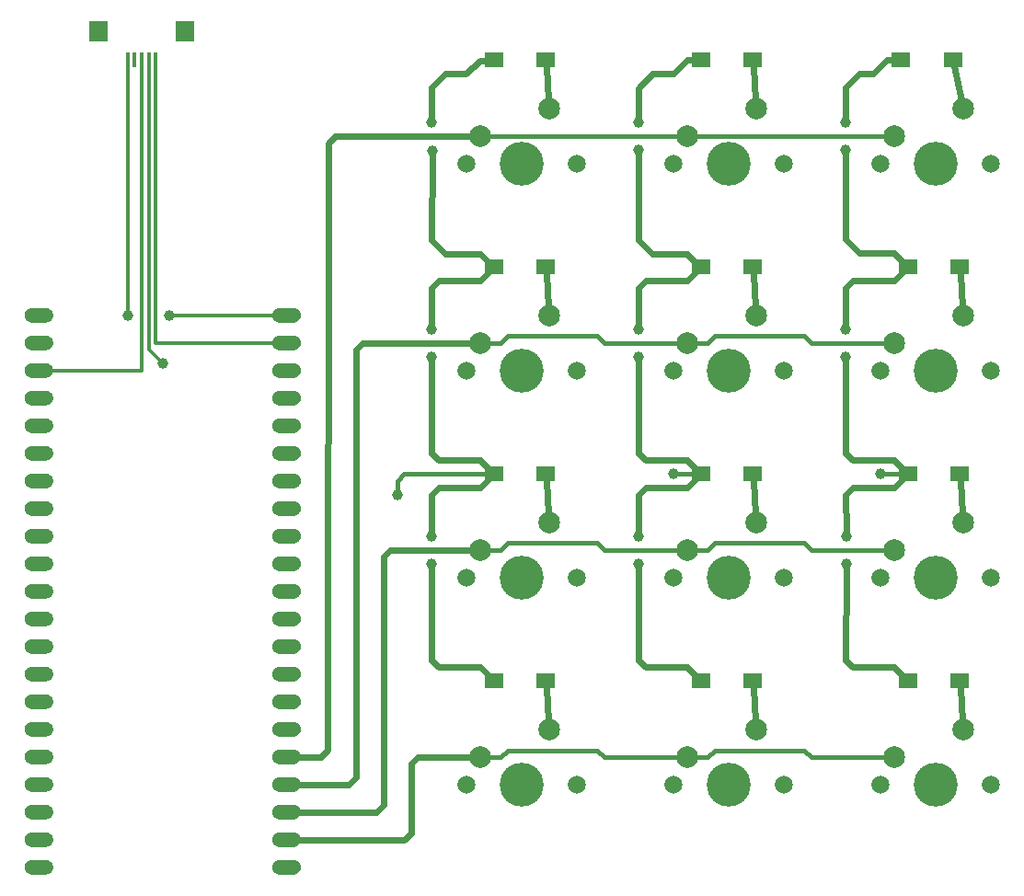
<source format=gtl>
G04 MADE WITH FRITZING*
G04 WWW.FRITZING.ORG*
G04 DOUBLE SIDED*
G04 HOLES PLATED*
G04 CONTOUR ON CENTER OF CONTOUR VECTOR*
%ASAXBY*%
%FSLAX23Y23*%
%MOIN*%
%OFA0B0*%
%SFA1.0B1.0*%
%ADD10C,0.039370*%
%ADD11C,0.052000*%
%ADD12C,0.078639*%
%ADD13C,0.158908*%
%ADD14C,0.065278*%
%ADD15R,0.069685X0.057874*%
%ADD16R,0.013780X0.055118*%
%ADD17R,0.070866X0.074803*%
%ADD18C,0.024000*%
%ADD19C,0.016000*%
%ADD20C,0.012000*%
%ADD21R,0.001000X0.001000*%
%LNCOPPER1*%
G90*
G70*
G54D10*
X1705Y2757D03*
X1706Y2655D03*
X2453Y2656D03*
X2453Y2757D03*
X3205Y2657D03*
X3205Y2757D03*
X1704Y1906D03*
X2455Y1906D03*
X3204Y1906D03*
X3204Y2008D03*
X2455Y2008D03*
X1704Y2008D03*
X3206Y1257D03*
X3206Y1157D03*
X2453Y1257D03*
X2453Y1157D03*
X1704Y1257D03*
X1704Y1157D03*
X1579Y1407D03*
X2580Y1482D03*
X3330Y1482D03*
G54D11*
X279Y2057D03*
X279Y1957D03*
X279Y1857D03*
X279Y1757D03*
X279Y1657D03*
X279Y1557D03*
X279Y1457D03*
X279Y1357D03*
X279Y1257D03*
X279Y1157D03*
X279Y1057D03*
X279Y957D03*
X279Y857D03*
X279Y757D03*
X279Y657D03*
X279Y557D03*
X279Y457D03*
X279Y357D03*
X279Y257D03*
X279Y157D03*
X279Y57D03*
X1180Y57D03*
X1180Y157D03*
X1180Y257D03*
X1180Y357D03*
X1180Y457D03*
X1180Y557D03*
X1180Y657D03*
X1180Y757D03*
X1180Y857D03*
X1180Y957D03*
X1180Y1057D03*
X1180Y1157D03*
X1180Y1257D03*
X1180Y1357D03*
X1180Y1457D03*
X1180Y1557D03*
X1180Y1657D03*
X1180Y1757D03*
X1180Y1857D03*
X1180Y1957D03*
X1180Y2057D03*
G54D12*
X1879Y2707D03*
X2129Y2807D03*
G54D13*
X2029Y2607D03*
G54D14*
X1829Y2607D03*
X2229Y2607D03*
G54D12*
X2629Y2707D03*
X2879Y2807D03*
G54D13*
X2779Y2607D03*
G54D14*
X2579Y2607D03*
X2979Y2607D03*
G54D12*
X3379Y2707D03*
X3629Y2807D03*
G54D13*
X3529Y2607D03*
G54D14*
X3329Y2607D03*
X3729Y2607D03*
G54D12*
X1879Y1957D03*
X2129Y2057D03*
G54D13*
X2029Y1857D03*
G54D14*
X1829Y1857D03*
X2229Y1857D03*
G54D12*
X2629Y1957D03*
X2879Y2057D03*
G54D13*
X2779Y1857D03*
G54D14*
X2579Y1857D03*
X2979Y1857D03*
G54D12*
X3379Y1957D03*
X3629Y2057D03*
G54D13*
X3529Y1857D03*
G54D14*
X3329Y1857D03*
X3729Y1857D03*
G54D12*
X1879Y1207D03*
X2129Y1307D03*
G54D13*
X2029Y1107D03*
G54D14*
X1829Y1107D03*
X2229Y1107D03*
G54D12*
X2629Y1207D03*
X2879Y1307D03*
G54D13*
X2779Y1107D03*
G54D14*
X2579Y1107D03*
X2979Y1107D03*
G54D12*
X3379Y1207D03*
X3629Y1307D03*
G54D13*
X3529Y1107D03*
G54D14*
X3329Y1107D03*
X3729Y1107D03*
G54D12*
X1879Y457D03*
X2129Y557D03*
G54D13*
X2029Y357D03*
G54D14*
X1829Y357D03*
X2229Y357D03*
G54D12*
X2629Y457D03*
X2879Y557D03*
G54D13*
X2779Y357D03*
G54D14*
X2579Y357D03*
X2979Y357D03*
G54D12*
X3379Y457D03*
X3629Y557D03*
G54D13*
X3529Y357D03*
G54D14*
X3329Y357D03*
X3729Y357D03*
G54D10*
X754Y2057D03*
X604Y2057D03*
X729Y1882D03*
G54D15*
X3618Y732D03*
X3429Y732D03*
X2868Y732D03*
X2679Y732D03*
X2118Y732D03*
X1929Y732D03*
X3618Y1482D03*
X3429Y1482D03*
X2868Y1482D03*
X2679Y1482D03*
X2118Y1482D03*
X1929Y1482D03*
X3618Y2232D03*
X3429Y2232D03*
X2868Y2232D03*
X2679Y2232D03*
X2118Y2232D03*
X1929Y2232D03*
X3593Y2982D03*
X3404Y2982D03*
X2868Y2982D03*
X2679Y2982D03*
X2118Y2982D03*
X1929Y2982D03*
G54D16*
X704Y2982D03*
X602Y2982D03*
X679Y2982D03*
X653Y2982D03*
X628Y2982D03*
G54D17*
X811Y3086D03*
X496Y3086D03*
G54D18*
X1705Y2882D02*
X1753Y2932D01*
D02*
X1753Y2932D02*
X1828Y2932D01*
D02*
X1828Y2932D02*
X1879Y2981D01*
D02*
X1879Y2981D02*
X1900Y2981D01*
D02*
X1705Y2776D02*
X1705Y2882D01*
D02*
X2120Y2959D02*
X2127Y2836D01*
D02*
X3623Y2836D02*
X3598Y2959D01*
D02*
X2870Y2959D02*
X2877Y2836D01*
D02*
X2454Y2881D02*
X2453Y2776D01*
D02*
X2504Y2932D02*
X2454Y2881D01*
D02*
X2580Y2932D02*
X2504Y2932D01*
D02*
X2650Y2982D02*
X2629Y2982D01*
D02*
X2629Y2982D02*
X2580Y2932D01*
D02*
X2629Y2281D02*
X2504Y2281D01*
D02*
X2504Y2281D02*
X2454Y2331D01*
D02*
X2454Y2331D02*
X2453Y2637D01*
D02*
X2655Y2255D02*
X2629Y2281D01*
D02*
X1880Y2281D02*
X1906Y2255D01*
D02*
X1755Y2281D02*
X1880Y2281D01*
D02*
X1705Y2331D02*
X1755Y2281D01*
D02*
X1706Y2636D02*
X1705Y2331D01*
D02*
X2120Y1459D02*
X2127Y1336D01*
D02*
X2870Y1459D02*
X2877Y1336D01*
D02*
X3620Y1459D02*
X3627Y1336D01*
D02*
X2120Y2209D02*
X2127Y2086D01*
D02*
X2870Y2209D02*
X2877Y2086D01*
D02*
X3620Y2209D02*
X3627Y2086D01*
D02*
X3355Y2983D02*
X3375Y2982D01*
D02*
X3304Y2932D02*
X3355Y2983D01*
D02*
X3255Y2932D02*
X3304Y2932D01*
D02*
X3204Y2883D02*
X3255Y2932D01*
D02*
X3379Y2282D02*
X3255Y2282D01*
D02*
X3255Y2282D02*
X3204Y2332D01*
D02*
X3406Y2255D02*
X3379Y2282D01*
D02*
X3204Y2332D02*
X3205Y2638D01*
D02*
X3205Y2776D02*
X3204Y2883D01*
D02*
X2480Y1432D02*
X2454Y1407D01*
D02*
X2454Y1407D02*
X2454Y1276D01*
D02*
X2630Y1432D02*
X2480Y1432D01*
D02*
X1880Y782D02*
X1730Y782D01*
D02*
X1730Y782D02*
X1704Y807D01*
D02*
X1704Y807D02*
X1704Y1138D01*
D02*
X1704Y1407D02*
X1704Y1276D01*
D02*
X1730Y1432D02*
X1704Y1407D01*
D02*
X1880Y1432D02*
X1730Y1432D01*
D02*
X2656Y1459D02*
X2630Y1432D01*
D02*
X1929Y732D02*
X1930Y732D01*
D02*
X1930Y732D02*
X1880Y782D01*
D02*
X1906Y1459D02*
X1880Y1432D01*
G54D19*
D02*
X1604Y1482D02*
X1900Y1482D01*
D02*
X1579Y1456D02*
X1604Y1482D01*
D02*
X1579Y1420D02*
X1579Y1456D01*
D02*
X2594Y1482D02*
X2650Y1482D01*
D02*
X3343Y1482D02*
X3400Y1482D01*
G54D18*
D02*
X3379Y782D02*
X3230Y782D01*
D02*
X3230Y782D02*
X3205Y807D01*
D02*
X3205Y807D02*
X3206Y1138D01*
D02*
X3205Y1407D02*
X3230Y1432D01*
D02*
X3230Y1432D02*
X3379Y1432D01*
D02*
X3379Y1432D02*
X3406Y1459D01*
D02*
X2480Y782D02*
X2454Y807D01*
D02*
X2630Y782D02*
X2480Y782D01*
D02*
X1880Y1532D02*
X1906Y1505D01*
D02*
X1730Y1532D02*
X1880Y1532D01*
D02*
X1704Y1557D02*
X1730Y1532D01*
D02*
X1704Y2157D02*
X1730Y2183D01*
D02*
X1730Y2183D02*
X1880Y2183D01*
D02*
X1880Y2183D02*
X1906Y2209D01*
D02*
X1704Y1887D02*
X1704Y1557D01*
D02*
X1704Y2027D02*
X1704Y2157D01*
D02*
X3206Y1276D02*
X3205Y1407D01*
D02*
X3406Y755D02*
X3379Y782D01*
D02*
X2656Y755D02*
X2630Y782D01*
D02*
X2454Y807D02*
X2453Y1138D01*
D02*
X3379Y1532D02*
X3406Y1505D01*
D02*
X3230Y1532D02*
X3379Y1532D01*
D02*
X3205Y1557D02*
X3230Y1532D01*
D02*
X2630Y1532D02*
X2656Y1505D01*
D02*
X2480Y1532D02*
X2630Y1532D01*
D02*
X2454Y1557D02*
X2480Y1532D01*
D02*
X2454Y2157D02*
X2455Y2027D01*
D02*
X2480Y2183D02*
X2454Y2157D01*
D02*
X2630Y2183D02*
X2480Y2183D01*
D02*
X3230Y2182D02*
X3204Y2157D01*
D02*
X3379Y2182D02*
X3230Y2182D01*
D02*
X3406Y2209D02*
X3379Y2182D01*
D02*
X3204Y2157D02*
X3204Y2027D01*
D02*
X3204Y1887D02*
X3205Y1557D01*
D02*
X2455Y1887D02*
X2454Y1557D01*
D02*
X2656Y2209D02*
X2630Y2183D01*
D02*
X3627Y586D02*
X3620Y709D01*
D02*
X2127Y586D02*
X2120Y709D01*
D02*
X2877Y586D02*
X2870Y709D01*
D02*
X1605Y158D02*
X1210Y157D01*
D02*
X1629Y433D02*
X1629Y181D01*
D02*
X1329Y2681D02*
X1328Y482D01*
D02*
X1328Y482D02*
X1305Y458D01*
D02*
X1305Y458D02*
X1210Y457D01*
D02*
X1404Y356D02*
X1210Y357D01*
D02*
X1430Y383D02*
X1404Y356D01*
D02*
X1430Y1932D02*
X1430Y383D01*
D02*
X1529Y1182D02*
X1529Y283D01*
D02*
X1529Y283D02*
X1503Y257D01*
D02*
X1503Y257D02*
X1210Y257D01*
D02*
X1654Y457D02*
X1629Y433D01*
D02*
X1629Y181D02*
X1605Y158D01*
D02*
X1555Y1207D02*
X1529Y1182D01*
D02*
X1455Y1956D02*
X1430Y1932D01*
D02*
X1354Y2708D02*
X1329Y2681D01*
D02*
X1850Y2707D02*
X1354Y2708D01*
D02*
X1850Y1957D02*
X1455Y1956D01*
D02*
X1850Y1207D02*
X1555Y1207D01*
D02*
X1850Y457D02*
X1654Y457D01*
G54D19*
D02*
X3080Y1957D02*
X3355Y1957D01*
D02*
X3055Y1982D02*
X3080Y1957D01*
D02*
X2730Y1982D02*
X3055Y1982D01*
D02*
X2704Y1957D02*
X2730Y1982D01*
D02*
X2654Y1957D02*
X2704Y1957D01*
D02*
X3080Y1207D02*
X3355Y1207D01*
D02*
X3055Y1232D02*
X3080Y1207D01*
D02*
X2730Y1232D02*
X3055Y1232D01*
D02*
X2704Y1207D02*
X2730Y1232D01*
D02*
X2654Y1207D02*
X2704Y1207D01*
D02*
X2329Y1207D02*
X2605Y1207D01*
D02*
X2305Y1232D02*
X2329Y1207D01*
D02*
X1980Y1232D02*
X2305Y1232D01*
D02*
X1955Y1207D02*
X1980Y1232D01*
D02*
X1904Y1207D02*
X1955Y1207D01*
D02*
X3080Y456D02*
X3355Y457D01*
D02*
X3055Y481D02*
X3080Y457D01*
D02*
X2730Y481D02*
X3055Y481D01*
D02*
X2704Y456D02*
X2730Y481D01*
D02*
X2654Y457D02*
X2704Y457D01*
D02*
X2329Y456D02*
X2605Y457D01*
D02*
X2305Y481D02*
X2329Y457D01*
D02*
X1980Y481D02*
X2305Y481D01*
D02*
X1955Y456D02*
X1980Y481D01*
D02*
X1904Y457D02*
X1955Y457D01*
D02*
X2654Y2707D02*
X3355Y2707D01*
D02*
X1904Y2707D02*
X2605Y2707D01*
D02*
X2329Y1957D02*
X2605Y1957D01*
D02*
X2305Y1982D02*
X2329Y1957D01*
D02*
X1980Y1982D02*
X2305Y1982D01*
D02*
X1955Y1957D02*
X1980Y1982D01*
D02*
X1904Y1957D02*
X1955Y1957D01*
G54D20*
D02*
X1155Y2057D02*
X768Y2057D01*
D02*
X604Y2070D02*
X602Y2960D01*
D02*
X654Y1857D02*
X653Y2960D01*
D02*
X304Y1857D02*
X654Y1857D01*
D02*
X680Y1932D02*
X679Y2960D01*
D02*
X720Y1892D02*
X680Y1932D01*
D02*
X704Y1956D02*
X704Y2960D01*
D02*
X1155Y1957D02*
X704Y1956D01*
G54D21*
X250Y2083D02*
X312Y2083D01*
X1147Y2083D02*
X1209Y2083D01*
X247Y2082D02*
X315Y2082D01*
X1144Y2082D02*
X1212Y2082D01*
X244Y2081D02*
X317Y2081D01*
X1141Y2081D02*
X1214Y2081D01*
X243Y2080D02*
X319Y2080D01*
X1139Y2080D02*
X1216Y2080D01*
X241Y2079D02*
X321Y2079D01*
X1138Y2079D02*
X1218Y2079D01*
X240Y2078D02*
X322Y2078D01*
X1136Y2078D02*
X1219Y2078D01*
X238Y2077D02*
X323Y2077D01*
X1135Y2077D02*
X1220Y2077D01*
X237Y2076D02*
X325Y2076D01*
X1134Y2076D02*
X1222Y2076D01*
X236Y2075D02*
X326Y2075D01*
X1133Y2075D02*
X1222Y2075D01*
X236Y2074D02*
X326Y2074D01*
X1132Y2074D02*
X1223Y2074D01*
X235Y2073D02*
X277Y2073D01*
X286Y2073D02*
X327Y2073D01*
X1132Y2073D02*
X1173Y2073D01*
X1182Y2073D02*
X1224Y2073D01*
X234Y2072D02*
X274Y2072D01*
X289Y2072D02*
X328Y2072D01*
X1131Y2072D02*
X1170Y2072D01*
X1185Y2072D02*
X1225Y2072D01*
X233Y2071D02*
X273Y2071D01*
X291Y2071D02*
X329Y2071D01*
X1130Y2071D02*
X1169Y2071D01*
X1187Y2071D02*
X1225Y2071D01*
X233Y2070D02*
X271Y2070D01*
X292Y2070D02*
X329Y2070D01*
X1130Y2070D02*
X1167Y2070D01*
X1188Y2070D02*
X1226Y2070D01*
X232Y2069D02*
X270Y2069D01*
X293Y2069D02*
X330Y2069D01*
X1129Y2069D02*
X1166Y2069D01*
X1189Y2069D02*
X1227Y2069D01*
X232Y2068D02*
X269Y2068D01*
X294Y2068D02*
X330Y2068D01*
X1129Y2068D02*
X1165Y2068D01*
X1190Y2068D02*
X1227Y2068D01*
X231Y2067D02*
X268Y2067D01*
X295Y2067D02*
X331Y2067D01*
X1128Y2067D02*
X1164Y2067D01*
X1191Y2067D02*
X1227Y2067D01*
X231Y2066D02*
X268Y2066D01*
X296Y2066D02*
X331Y2066D01*
X1128Y2066D02*
X1164Y2066D01*
X1192Y2066D02*
X1228Y2066D01*
X231Y2065D02*
X267Y2065D01*
X296Y2065D02*
X331Y2065D01*
X1127Y2065D02*
X1163Y2065D01*
X1192Y2065D02*
X1228Y2065D01*
X230Y2064D02*
X267Y2064D01*
X297Y2064D02*
X332Y2064D01*
X1127Y2064D02*
X1163Y2064D01*
X1193Y2064D02*
X1228Y2064D01*
X230Y2063D02*
X266Y2063D01*
X297Y2063D02*
X332Y2063D01*
X1127Y2063D02*
X1162Y2063D01*
X1193Y2063D02*
X1229Y2063D01*
X230Y2062D02*
X266Y2062D01*
X297Y2062D02*
X332Y2062D01*
X1127Y2062D02*
X1162Y2062D01*
X1194Y2062D02*
X1229Y2062D01*
X230Y2061D02*
X266Y2061D01*
X298Y2061D02*
X332Y2061D01*
X1127Y2061D02*
X1162Y2061D01*
X1194Y2061D02*
X1229Y2061D01*
X230Y2060D02*
X265Y2060D01*
X298Y2060D02*
X332Y2060D01*
X1126Y2060D02*
X1162Y2060D01*
X1194Y2060D02*
X1229Y2060D01*
X230Y2059D02*
X265Y2059D01*
X298Y2059D02*
X332Y2059D01*
X1126Y2059D02*
X1161Y2059D01*
X1194Y2059D02*
X1229Y2059D01*
X230Y2058D02*
X265Y2058D01*
X298Y2058D02*
X332Y2058D01*
X1126Y2058D02*
X1161Y2058D01*
X1194Y2058D02*
X1229Y2058D01*
X230Y2057D02*
X265Y2057D01*
X298Y2057D02*
X332Y2057D01*
X1126Y2057D02*
X1161Y2057D01*
X1194Y2057D02*
X1229Y2057D01*
X230Y2056D02*
X265Y2056D01*
X298Y2056D02*
X332Y2056D01*
X1126Y2056D02*
X1161Y2056D01*
X1194Y2056D02*
X1229Y2056D01*
X230Y2055D02*
X265Y2055D01*
X298Y2055D02*
X332Y2055D01*
X1126Y2055D02*
X1162Y2055D01*
X1194Y2055D02*
X1229Y2055D01*
X230Y2054D02*
X266Y2054D01*
X298Y2054D02*
X332Y2054D01*
X1127Y2054D02*
X1162Y2054D01*
X1194Y2054D02*
X1229Y2054D01*
X230Y2053D02*
X266Y2053D01*
X297Y2053D02*
X332Y2053D01*
X1127Y2053D02*
X1162Y2053D01*
X1194Y2053D02*
X1229Y2053D01*
X230Y2052D02*
X266Y2052D01*
X297Y2052D02*
X332Y2052D01*
X1127Y2052D02*
X1162Y2052D01*
X1193Y2052D02*
X1229Y2052D01*
X230Y2051D02*
X267Y2051D01*
X297Y2051D02*
X332Y2051D01*
X1127Y2051D02*
X1163Y2051D01*
X1193Y2051D02*
X1228Y2051D01*
X231Y2050D02*
X267Y2050D01*
X296Y2050D02*
X331Y2050D01*
X1127Y2050D02*
X1163Y2050D01*
X1192Y2050D02*
X1228Y2050D01*
X231Y2049D02*
X268Y2049D01*
X296Y2049D02*
X331Y2049D01*
X1128Y2049D02*
X1164Y2049D01*
X1192Y2049D02*
X1228Y2049D01*
X231Y2048D02*
X268Y2048D01*
X295Y2048D02*
X331Y2048D01*
X1128Y2048D02*
X1165Y2048D01*
X1191Y2048D02*
X1227Y2048D01*
X232Y2047D02*
X269Y2047D01*
X294Y2047D02*
X330Y2047D01*
X1129Y2047D02*
X1165Y2047D01*
X1190Y2047D02*
X1227Y2047D01*
X232Y2046D02*
X270Y2046D01*
X293Y2046D02*
X330Y2046D01*
X1129Y2046D02*
X1166Y2046D01*
X1189Y2046D02*
X1226Y2046D01*
X233Y2045D02*
X271Y2045D01*
X292Y2045D02*
X329Y2045D01*
X1130Y2045D02*
X1168Y2045D01*
X1188Y2045D02*
X1226Y2045D01*
X233Y2044D02*
X273Y2044D01*
X291Y2044D02*
X329Y2044D01*
X1130Y2044D02*
X1169Y2044D01*
X1187Y2044D02*
X1225Y2044D01*
X234Y2043D02*
X275Y2043D01*
X289Y2043D02*
X328Y2043D01*
X1131Y2043D02*
X1171Y2043D01*
X1185Y2043D02*
X1225Y2043D01*
X235Y2042D02*
X278Y2042D01*
X286Y2042D02*
X327Y2042D01*
X1132Y2042D02*
X1174Y2042D01*
X1182Y2042D02*
X1224Y2042D01*
X236Y2041D02*
X326Y2041D01*
X1132Y2041D02*
X1223Y2041D01*
X236Y2040D02*
X325Y2040D01*
X1133Y2040D02*
X1222Y2040D01*
X237Y2039D02*
X325Y2039D01*
X1134Y2039D02*
X1221Y2039D01*
X239Y2038D02*
X323Y2038D01*
X1135Y2038D02*
X1220Y2038D01*
X240Y2037D02*
X322Y2037D01*
X1137Y2037D02*
X1219Y2037D01*
X241Y2036D02*
X321Y2036D01*
X1138Y2036D02*
X1218Y2036D01*
X243Y2035D02*
X319Y2035D01*
X1140Y2035D02*
X1216Y2035D01*
X245Y2034D02*
X317Y2034D01*
X1141Y2034D02*
X1214Y2034D01*
X247Y2033D02*
X315Y2033D01*
X1144Y2033D02*
X1212Y2033D01*
X251Y2032D02*
X311Y2032D01*
X1148Y2032D02*
X1208Y2032D01*
X250Y1983D02*
X312Y1983D01*
X1147Y1983D02*
X1209Y1983D01*
X247Y1982D02*
X315Y1982D01*
X1144Y1982D02*
X1212Y1982D01*
X244Y1981D02*
X317Y1981D01*
X1141Y1981D02*
X1214Y1981D01*
X242Y1980D02*
X319Y1980D01*
X1139Y1980D02*
X1216Y1980D01*
X241Y1979D02*
X321Y1979D01*
X1138Y1979D02*
X1218Y1979D01*
X240Y1978D02*
X322Y1978D01*
X1136Y1978D02*
X1219Y1978D01*
X238Y1977D02*
X323Y1977D01*
X1135Y1977D02*
X1220Y1977D01*
X237Y1976D02*
X325Y1976D01*
X1134Y1976D02*
X1222Y1976D01*
X236Y1975D02*
X325Y1975D01*
X1133Y1975D02*
X1222Y1975D01*
X235Y1974D02*
X326Y1974D01*
X1132Y1974D02*
X1223Y1974D01*
X235Y1973D02*
X277Y1973D01*
X287Y1973D02*
X327Y1973D01*
X1132Y1973D02*
X1173Y1973D01*
X1183Y1973D02*
X1224Y1973D01*
X234Y1972D02*
X274Y1972D01*
X289Y1972D02*
X328Y1972D01*
X1131Y1972D02*
X1170Y1972D01*
X1185Y1972D02*
X1225Y1972D01*
X233Y1971D02*
X272Y1971D01*
X291Y1971D02*
X328Y1971D01*
X1130Y1971D02*
X1168Y1971D01*
X1187Y1971D02*
X1225Y1971D01*
X233Y1970D02*
X271Y1970D01*
X292Y1970D02*
X329Y1970D01*
X1130Y1970D02*
X1167Y1970D01*
X1189Y1970D02*
X1226Y1970D01*
X232Y1969D02*
X270Y1969D01*
X294Y1969D02*
X330Y1969D01*
X1129Y1969D02*
X1166Y1969D01*
X1190Y1969D02*
X1227Y1969D01*
X232Y1968D02*
X269Y1968D01*
X294Y1968D02*
X330Y1968D01*
X1129Y1968D02*
X1165Y1968D01*
X1191Y1968D02*
X1227Y1968D01*
X231Y1967D02*
X268Y1967D01*
X295Y1967D02*
X331Y1967D01*
X1128Y1967D02*
X1164Y1967D01*
X1191Y1967D02*
X1227Y1967D01*
X231Y1966D02*
X267Y1966D01*
X296Y1966D02*
X331Y1966D01*
X1128Y1966D02*
X1164Y1966D01*
X1192Y1966D02*
X1228Y1966D01*
X230Y1965D02*
X267Y1965D01*
X296Y1965D02*
X331Y1965D01*
X1127Y1965D02*
X1163Y1965D01*
X1193Y1965D02*
X1228Y1965D01*
X230Y1964D02*
X266Y1964D01*
X297Y1964D02*
X331Y1964D01*
X1127Y1964D02*
X1162Y1964D01*
X1193Y1964D02*
X1228Y1964D01*
X230Y1963D02*
X266Y1963D01*
X297Y1963D02*
X332Y1963D01*
X1127Y1963D02*
X1162Y1963D01*
X1193Y1963D02*
X1229Y1963D01*
X230Y1962D02*
X266Y1962D01*
X298Y1962D02*
X332Y1962D01*
X1127Y1962D02*
X1162Y1962D01*
X1194Y1962D02*
X1229Y1962D01*
X230Y1961D02*
X265Y1961D01*
X298Y1961D02*
X332Y1961D01*
X1127Y1961D02*
X1161Y1961D01*
X1194Y1961D02*
X1229Y1961D01*
X230Y1960D02*
X265Y1960D01*
X298Y1960D02*
X332Y1960D01*
X1126Y1960D02*
X1161Y1960D01*
X1194Y1960D02*
X1229Y1960D01*
X229Y1959D02*
X265Y1959D01*
X298Y1959D02*
X332Y1959D01*
X1126Y1959D02*
X1161Y1959D01*
X1194Y1959D02*
X1229Y1959D01*
X229Y1958D02*
X265Y1958D01*
X298Y1958D02*
X332Y1958D01*
X1126Y1958D02*
X1161Y1958D01*
X1194Y1958D02*
X1229Y1958D01*
X229Y1957D02*
X265Y1957D01*
X298Y1957D02*
X332Y1957D01*
X1126Y1957D02*
X1161Y1957D01*
X1194Y1957D02*
X1229Y1957D01*
X229Y1956D02*
X265Y1956D01*
X298Y1956D02*
X332Y1956D01*
X1126Y1956D02*
X1161Y1956D01*
X1194Y1956D02*
X1229Y1956D01*
X230Y1955D02*
X265Y1955D01*
X298Y1955D02*
X332Y1955D01*
X1126Y1955D02*
X1161Y1955D01*
X1194Y1955D02*
X1229Y1955D01*
X230Y1954D02*
X265Y1954D01*
X298Y1954D02*
X332Y1954D01*
X1127Y1954D02*
X1162Y1954D01*
X1194Y1954D02*
X1229Y1954D01*
X230Y1953D02*
X266Y1953D01*
X298Y1953D02*
X332Y1953D01*
X1127Y1953D02*
X1162Y1953D01*
X1194Y1953D02*
X1229Y1953D01*
X230Y1952D02*
X266Y1952D01*
X297Y1952D02*
X332Y1952D01*
X1127Y1952D02*
X1162Y1952D01*
X1193Y1952D02*
X1229Y1952D01*
X230Y1951D02*
X266Y1951D01*
X297Y1951D02*
X331Y1951D01*
X1127Y1951D02*
X1163Y1951D01*
X1193Y1951D02*
X1228Y1951D01*
X231Y1950D02*
X267Y1950D01*
X296Y1950D02*
X331Y1950D01*
X1127Y1950D02*
X1163Y1950D01*
X1192Y1950D02*
X1228Y1950D01*
X231Y1949D02*
X267Y1949D01*
X296Y1949D02*
X331Y1949D01*
X1128Y1949D02*
X1164Y1949D01*
X1192Y1949D02*
X1228Y1949D01*
X231Y1948D02*
X268Y1948D01*
X295Y1948D02*
X330Y1948D01*
X1128Y1948D02*
X1164Y1948D01*
X1191Y1948D02*
X1227Y1948D01*
X232Y1947D02*
X269Y1947D01*
X294Y1947D02*
X330Y1947D01*
X1129Y1947D02*
X1165Y1947D01*
X1190Y1947D02*
X1227Y1947D01*
X232Y1946D02*
X270Y1946D01*
X293Y1946D02*
X330Y1946D01*
X1129Y1946D02*
X1166Y1946D01*
X1189Y1946D02*
X1226Y1946D01*
X233Y1945D02*
X271Y1945D01*
X292Y1945D02*
X329Y1945D01*
X1130Y1945D02*
X1167Y1945D01*
X1188Y1945D02*
X1226Y1945D01*
X233Y1944D02*
X273Y1944D01*
X291Y1944D02*
X328Y1944D01*
X1130Y1944D02*
X1169Y1944D01*
X1187Y1944D02*
X1225Y1944D01*
X234Y1943D02*
X274Y1943D01*
X289Y1943D02*
X328Y1943D01*
X1131Y1943D02*
X1171Y1943D01*
X1185Y1943D02*
X1225Y1943D01*
X235Y1942D02*
X278Y1942D01*
X286Y1942D02*
X327Y1942D01*
X1132Y1942D02*
X1174Y1942D01*
X1182Y1942D02*
X1224Y1942D01*
X236Y1941D02*
X326Y1941D01*
X1132Y1941D02*
X1223Y1941D01*
X236Y1940D02*
X325Y1940D01*
X1133Y1940D02*
X1222Y1940D01*
X237Y1939D02*
X324Y1939D01*
X1134Y1939D02*
X1221Y1939D01*
X238Y1938D02*
X323Y1938D01*
X1135Y1938D02*
X1220Y1938D01*
X240Y1937D02*
X322Y1937D01*
X1137Y1937D02*
X1219Y1937D01*
X241Y1936D02*
X321Y1936D01*
X1138Y1936D02*
X1218Y1936D01*
X243Y1935D02*
X319Y1935D01*
X1140Y1935D02*
X1216Y1935D01*
X245Y1934D02*
X317Y1934D01*
X1141Y1934D02*
X1214Y1934D01*
X247Y1933D02*
X315Y1933D01*
X1144Y1933D02*
X1212Y1933D01*
X251Y1932D02*
X311Y1932D01*
X1148Y1932D02*
X1208Y1932D01*
X250Y1883D02*
X312Y1883D01*
X1147Y1883D02*
X1209Y1883D01*
X247Y1882D02*
X315Y1882D01*
X1144Y1882D02*
X1212Y1882D01*
X244Y1881D02*
X317Y1881D01*
X1141Y1881D02*
X1214Y1881D01*
X242Y1880D02*
X319Y1880D01*
X1139Y1880D02*
X1216Y1880D01*
X241Y1879D02*
X321Y1879D01*
X1138Y1879D02*
X1218Y1879D01*
X239Y1878D02*
X322Y1878D01*
X1136Y1878D02*
X1219Y1878D01*
X238Y1877D02*
X323Y1877D01*
X1135Y1877D02*
X1220Y1877D01*
X237Y1876D02*
X325Y1876D01*
X1134Y1876D02*
X1222Y1876D01*
X236Y1875D02*
X325Y1875D01*
X1133Y1875D02*
X1222Y1875D01*
X235Y1874D02*
X326Y1874D01*
X1132Y1874D02*
X1223Y1874D01*
X235Y1873D02*
X277Y1873D01*
X287Y1873D02*
X327Y1873D01*
X1132Y1873D02*
X1173Y1873D01*
X1183Y1873D02*
X1224Y1873D01*
X234Y1872D02*
X274Y1872D01*
X289Y1872D02*
X328Y1872D01*
X1131Y1872D02*
X1170Y1872D01*
X1185Y1872D02*
X1225Y1872D01*
X233Y1871D02*
X272Y1871D01*
X291Y1871D02*
X328Y1871D01*
X1130Y1871D02*
X1168Y1871D01*
X1187Y1871D02*
X1225Y1871D01*
X233Y1870D02*
X271Y1870D01*
X292Y1870D02*
X329Y1870D01*
X1130Y1870D02*
X1167Y1870D01*
X1189Y1870D02*
X1226Y1870D01*
X232Y1869D02*
X270Y1869D01*
X293Y1869D02*
X330Y1869D01*
X1129Y1869D02*
X1166Y1869D01*
X1190Y1869D02*
X1227Y1869D01*
X232Y1868D02*
X269Y1868D01*
X294Y1868D02*
X330Y1868D01*
X1129Y1868D02*
X1165Y1868D01*
X1191Y1868D02*
X1227Y1868D01*
X231Y1867D02*
X268Y1867D01*
X295Y1867D02*
X331Y1867D01*
X1128Y1867D02*
X1164Y1867D01*
X1191Y1867D02*
X1227Y1867D01*
X231Y1866D02*
X267Y1866D01*
X296Y1866D02*
X331Y1866D01*
X1128Y1866D02*
X1164Y1866D01*
X1192Y1866D02*
X1228Y1866D01*
X230Y1865D02*
X267Y1865D01*
X296Y1865D02*
X331Y1865D01*
X1127Y1865D02*
X1163Y1865D01*
X1193Y1865D02*
X1228Y1865D01*
X230Y1864D02*
X266Y1864D01*
X297Y1864D02*
X332Y1864D01*
X1127Y1864D02*
X1162Y1864D01*
X1193Y1864D02*
X1228Y1864D01*
X230Y1863D02*
X266Y1863D01*
X297Y1863D02*
X332Y1863D01*
X1127Y1863D02*
X1162Y1863D01*
X1193Y1863D02*
X1229Y1863D01*
X230Y1862D02*
X266Y1862D01*
X298Y1862D02*
X332Y1862D01*
X1127Y1862D02*
X1162Y1862D01*
X1194Y1862D02*
X1229Y1862D01*
X230Y1861D02*
X265Y1861D01*
X298Y1861D02*
X332Y1861D01*
X1127Y1861D02*
X1161Y1861D01*
X1194Y1861D02*
X1229Y1861D01*
X229Y1860D02*
X265Y1860D01*
X298Y1860D02*
X332Y1860D01*
X1126Y1860D02*
X1161Y1860D01*
X1194Y1860D02*
X1229Y1860D01*
X229Y1859D02*
X265Y1859D01*
X298Y1859D02*
X332Y1859D01*
X1126Y1859D02*
X1161Y1859D01*
X1194Y1859D02*
X1229Y1859D01*
X229Y1858D02*
X265Y1858D01*
X298Y1858D02*
X332Y1858D01*
X1126Y1858D02*
X1161Y1858D01*
X1194Y1858D02*
X1229Y1858D01*
X229Y1857D02*
X265Y1857D01*
X298Y1857D02*
X332Y1857D01*
X1126Y1857D02*
X1161Y1857D01*
X1194Y1857D02*
X1229Y1857D01*
X229Y1856D02*
X265Y1856D01*
X298Y1856D02*
X332Y1856D01*
X1126Y1856D02*
X1161Y1856D01*
X1194Y1856D02*
X1229Y1856D01*
X229Y1855D02*
X265Y1855D01*
X298Y1855D02*
X332Y1855D01*
X1126Y1855D02*
X1161Y1855D01*
X1194Y1855D02*
X1229Y1855D01*
X230Y1854D02*
X265Y1854D01*
X298Y1854D02*
X332Y1854D01*
X1127Y1854D02*
X1162Y1854D01*
X1194Y1854D02*
X1229Y1854D01*
X230Y1853D02*
X266Y1853D01*
X298Y1853D02*
X332Y1853D01*
X1127Y1853D02*
X1162Y1853D01*
X1194Y1853D02*
X1229Y1853D01*
X230Y1852D02*
X266Y1852D01*
X297Y1852D02*
X332Y1852D01*
X1127Y1852D02*
X1162Y1852D01*
X1193Y1852D02*
X1229Y1852D01*
X230Y1851D02*
X266Y1851D01*
X297Y1851D02*
X331Y1851D01*
X1127Y1851D02*
X1163Y1851D01*
X1193Y1851D02*
X1228Y1851D01*
X230Y1850D02*
X267Y1850D01*
X296Y1850D02*
X331Y1850D01*
X1127Y1850D02*
X1163Y1850D01*
X1192Y1850D02*
X1228Y1850D01*
X231Y1849D02*
X267Y1849D01*
X296Y1849D02*
X331Y1849D01*
X1128Y1849D02*
X1164Y1849D01*
X1192Y1849D02*
X1228Y1849D01*
X231Y1848D02*
X268Y1848D01*
X295Y1848D02*
X331Y1848D01*
X1128Y1848D02*
X1164Y1848D01*
X1191Y1848D02*
X1227Y1848D01*
X232Y1847D02*
X269Y1847D01*
X294Y1847D02*
X330Y1847D01*
X1129Y1847D02*
X1165Y1847D01*
X1190Y1847D02*
X1227Y1847D01*
X232Y1846D02*
X270Y1846D01*
X293Y1846D02*
X330Y1846D01*
X1129Y1846D02*
X1166Y1846D01*
X1189Y1846D02*
X1226Y1846D01*
X233Y1845D02*
X271Y1845D01*
X292Y1845D02*
X329Y1845D01*
X1130Y1845D02*
X1167Y1845D01*
X1188Y1845D02*
X1226Y1845D01*
X233Y1844D02*
X273Y1844D01*
X291Y1844D02*
X328Y1844D01*
X1130Y1844D02*
X1169Y1844D01*
X1187Y1844D02*
X1225Y1844D01*
X234Y1843D02*
X274Y1843D01*
X289Y1843D02*
X328Y1843D01*
X1131Y1843D02*
X1171Y1843D01*
X1185Y1843D02*
X1225Y1843D01*
X235Y1842D02*
X278Y1842D01*
X286Y1842D02*
X327Y1842D01*
X1132Y1842D02*
X1174Y1842D01*
X1182Y1842D02*
X1224Y1842D01*
X235Y1841D02*
X326Y1841D01*
X1132Y1841D02*
X1223Y1841D01*
X236Y1840D02*
X325Y1840D01*
X1133Y1840D02*
X1222Y1840D01*
X237Y1839D02*
X324Y1839D01*
X1134Y1839D02*
X1221Y1839D01*
X238Y1838D02*
X323Y1838D01*
X1135Y1838D02*
X1220Y1838D01*
X240Y1837D02*
X322Y1837D01*
X1137Y1837D02*
X1219Y1837D01*
X241Y1836D02*
X321Y1836D01*
X1138Y1836D02*
X1218Y1836D01*
X243Y1835D02*
X319Y1835D01*
X1140Y1835D02*
X1216Y1835D01*
X245Y1834D02*
X317Y1834D01*
X1141Y1834D02*
X1214Y1834D01*
X247Y1833D02*
X315Y1833D01*
X1144Y1833D02*
X1212Y1833D01*
X251Y1832D02*
X311Y1832D01*
X1148Y1832D02*
X1208Y1832D01*
X250Y1783D02*
X312Y1783D01*
X1147Y1783D02*
X1209Y1783D01*
X247Y1782D02*
X315Y1782D01*
X1144Y1782D02*
X1212Y1782D01*
X244Y1781D02*
X317Y1781D01*
X1141Y1781D02*
X1214Y1781D01*
X242Y1780D02*
X319Y1780D01*
X1139Y1780D02*
X1216Y1780D01*
X241Y1779D02*
X321Y1779D01*
X1138Y1779D02*
X1218Y1779D01*
X240Y1778D02*
X322Y1778D01*
X1136Y1778D02*
X1219Y1778D01*
X238Y1777D02*
X323Y1777D01*
X1135Y1777D02*
X1220Y1777D01*
X237Y1776D02*
X325Y1776D01*
X1134Y1776D02*
X1222Y1776D01*
X236Y1775D02*
X325Y1775D01*
X1133Y1775D02*
X1222Y1775D01*
X235Y1774D02*
X326Y1774D01*
X1132Y1774D02*
X1223Y1774D01*
X235Y1773D02*
X277Y1773D01*
X287Y1773D02*
X327Y1773D01*
X1132Y1773D02*
X1173Y1773D01*
X1183Y1773D02*
X1224Y1773D01*
X234Y1772D02*
X274Y1772D01*
X289Y1772D02*
X328Y1772D01*
X1131Y1772D02*
X1170Y1772D01*
X1185Y1772D02*
X1225Y1772D01*
X233Y1771D02*
X272Y1771D01*
X291Y1771D02*
X328Y1771D01*
X1130Y1771D02*
X1168Y1771D01*
X1187Y1771D02*
X1225Y1771D01*
X233Y1770D02*
X271Y1770D01*
X292Y1770D02*
X329Y1770D01*
X1130Y1770D02*
X1167Y1770D01*
X1189Y1770D02*
X1226Y1770D01*
X232Y1769D02*
X270Y1769D01*
X294Y1769D02*
X330Y1769D01*
X1129Y1769D02*
X1166Y1769D01*
X1190Y1769D02*
X1227Y1769D01*
X232Y1768D02*
X269Y1768D01*
X294Y1768D02*
X330Y1768D01*
X1129Y1768D02*
X1165Y1768D01*
X1191Y1768D02*
X1227Y1768D01*
X231Y1767D02*
X268Y1767D01*
X295Y1767D02*
X331Y1767D01*
X1128Y1767D02*
X1164Y1767D01*
X1191Y1767D02*
X1227Y1767D01*
X231Y1766D02*
X267Y1766D01*
X296Y1766D02*
X331Y1766D01*
X1128Y1766D02*
X1163Y1766D01*
X1192Y1766D02*
X1228Y1766D01*
X230Y1765D02*
X267Y1765D01*
X296Y1765D02*
X331Y1765D01*
X1127Y1765D02*
X1163Y1765D01*
X1193Y1765D02*
X1228Y1765D01*
X230Y1764D02*
X266Y1764D01*
X297Y1764D02*
X331Y1764D01*
X1127Y1764D02*
X1162Y1764D01*
X1193Y1764D02*
X1228Y1764D01*
X230Y1763D02*
X266Y1763D01*
X297Y1763D02*
X332Y1763D01*
X1127Y1763D02*
X1162Y1763D01*
X1193Y1763D02*
X1229Y1763D01*
X230Y1762D02*
X266Y1762D01*
X298Y1762D02*
X332Y1762D01*
X1127Y1762D02*
X1162Y1762D01*
X1194Y1762D02*
X1229Y1762D01*
X230Y1761D02*
X265Y1761D01*
X298Y1761D02*
X332Y1761D01*
X1127Y1761D02*
X1161Y1761D01*
X1194Y1761D02*
X1229Y1761D01*
X230Y1760D02*
X265Y1760D01*
X298Y1760D02*
X332Y1760D01*
X1126Y1760D02*
X1161Y1760D01*
X1194Y1760D02*
X1229Y1760D01*
X229Y1759D02*
X265Y1759D01*
X298Y1759D02*
X332Y1759D01*
X1126Y1759D02*
X1161Y1759D01*
X1194Y1759D02*
X1229Y1759D01*
X229Y1758D02*
X265Y1758D01*
X298Y1758D02*
X332Y1758D01*
X1126Y1758D02*
X1161Y1758D01*
X1194Y1758D02*
X1229Y1758D01*
X229Y1757D02*
X265Y1757D01*
X298Y1757D02*
X332Y1757D01*
X1126Y1757D02*
X1161Y1757D01*
X1194Y1757D02*
X1229Y1757D01*
X229Y1756D02*
X265Y1756D01*
X298Y1756D02*
X332Y1756D01*
X1126Y1756D02*
X1161Y1756D01*
X1194Y1756D02*
X1229Y1756D01*
X230Y1755D02*
X265Y1755D01*
X298Y1755D02*
X332Y1755D01*
X1126Y1755D02*
X1161Y1755D01*
X1194Y1755D02*
X1229Y1755D01*
X230Y1754D02*
X265Y1754D01*
X298Y1754D02*
X332Y1754D01*
X1127Y1754D02*
X1162Y1754D01*
X1194Y1754D02*
X1229Y1754D01*
X230Y1753D02*
X266Y1753D01*
X298Y1753D02*
X332Y1753D01*
X1127Y1753D02*
X1162Y1753D01*
X1194Y1753D02*
X1229Y1753D01*
X230Y1752D02*
X266Y1752D01*
X297Y1752D02*
X332Y1752D01*
X1127Y1752D02*
X1162Y1752D01*
X1193Y1752D02*
X1229Y1752D01*
X230Y1751D02*
X266Y1751D01*
X297Y1751D02*
X331Y1751D01*
X1127Y1751D02*
X1163Y1751D01*
X1193Y1751D02*
X1228Y1751D01*
X231Y1750D02*
X267Y1750D01*
X296Y1750D02*
X331Y1750D01*
X1127Y1750D02*
X1163Y1750D01*
X1192Y1750D02*
X1228Y1750D01*
X231Y1749D02*
X267Y1749D01*
X296Y1749D02*
X331Y1749D01*
X1128Y1749D02*
X1164Y1749D01*
X1192Y1749D02*
X1228Y1749D01*
X231Y1748D02*
X268Y1748D01*
X295Y1748D02*
X330Y1748D01*
X1128Y1748D02*
X1164Y1748D01*
X1191Y1748D02*
X1227Y1748D01*
X232Y1747D02*
X269Y1747D01*
X294Y1747D02*
X330Y1747D01*
X1129Y1747D02*
X1165Y1747D01*
X1190Y1747D02*
X1227Y1747D01*
X232Y1746D02*
X270Y1746D01*
X293Y1746D02*
X329Y1746D01*
X1129Y1746D02*
X1166Y1746D01*
X1189Y1746D02*
X1226Y1746D01*
X233Y1745D02*
X271Y1745D01*
X292Y1745D02*
X329Y1745D01*
X1130Y1745D02*
X1167Y1745D01*
X1188Y1745D02*
X1226Y1745D01*
X233Y1744D02*
X273Y1744D01*
X291Y1744D02*
X328Y1744D01*
X1130Y1744D02*
X1169Y1744D01*
X1187Y1744D02*
X1225Y1744D01*
X234Y1743D02*
X275Y1743D01*
X289Y1743D02*
X328Y1743D01*
X1131Y1743D02*
X1171Y1743D01*
X1185Y1743D02*
X1225Y1743D01*
X235Y1742D02*
X278Y1742D01*
X286Y1742D02*
X327Y1742D01*
X1132Y1742D02*
X1174Y1742D01*
X1182Y1742D02*
X1224Y1742D01*
X236Y1741D02*
X326Y1741D01*
X1132Y1741D02*
X1223Y1741D01*
X236Y1740D02*
X325Y1740D01*
X1133Y1740D02*
X1222Y1740D01*
X237Y1739D02*
X324Y1739D01*
X1134Y1739D02*
X1221Y1739D01*
X238Y1738D02*
X323Y1738D01*
X1135Y1738D02*
X1220Y1738D01*
X240Y1737D02*
X322Y1737D01*
X1137Y1737D02*
X1219Y1737D01*
X241Y1736D02*
X321Y1736D01*
X1138Y1736D02*
X1218Y1736D01*
X243Y1735D02*
X319Y1735D01*
X1140Y1735D02*
X1216Y1735D01*
X245Y1734D02*
X317Y1734D01*
X1142Y1734D02*
X1214Y1734D01*
X247Y1733D02*
X315Y1733D01*
X1144Y1733D02*
X1212Y1733D01*
X251Y1732D02*
X311Y1732D01*
X1148Y1732D02*
X1208Y1732D01*
X250Y1683D02*
X312Y1683D01*
X1147Y1683D02*
X1209Y1683D01*
X247Y1682D02*
X315Y1682D01*
X1144Y1682D02*
X1212Y1682D01*
X244Y1681D02*
X317Y1681D01*
X1141Y1681D02*
X1214Y1681D01*
X242Y1680D02*
X319Y1680D01*
X1139Y1680D02*
X1216Y1680D01*
X241Y1679D02*
X321Y1679D01*
X1138Y1679D02*
X1218Y1679D01*
X239Y1678D02*
X322Y1678D01*
X1136Y1678D02*
X1219Y1678D01*
X238Y1677D02*
X323Y1677D01*
X1135Y1677D02*
X1220Y1677D01*
X237Y1676D02*
X325Y1676D01*
X1134Y1676D02*
X1222Y1676D01*
X236Y1675D02*
X325Y1675D01*
X1133Y1675D02*
X1222Y1675D01*
X235Y1674D02*
X326Y1674D01*
X1132Y1674D02*
X1223Y1674D01*
X235Y1673D02*
X277Y1673D01*
X286Y1673D02*
X327Y1673D01*
X1132Y1673D02*
X1173Y1673D01*
X1182Y1673D02*
X1224Y1673D01*
X234Y1672D02*
X274Y1672D01*
X289Y1672D02*
X328Y1672D01*
X1131Y1672D02*
X1170Y1672D01*
X1185Y1672D02*
X1225Y1672D01*
X233Y1671D02*
X272Y1671D01*
X291Y1671D02*
X328Y1671D01*
X1130Y1671D02*
X1169Y1671D01*
X1187Y1671D02*
X1225Y1671D01*
X233Y1670D02*
X271Y1670D01*
X292Y1670D02*
X329Y1670D01*
X1130Y1670D02*
X1167Y1670D01*
X1188Y1670D02*
X1226Y1670D01*
X232Y1669D02*
X270Y1669D01*
X293Y1669D02*
X330Y1669D01*
X1129Y1669D02*
X1166Y1669D01*
X1189Y1669D02*
X1227Y1669D01*
X232Y1668D02*
X269Y1668D01*
X294Y1668D02*
X330Y1668D01*
X1129Y1668D02*
X1165Y1668D01*
X1190Y1668D02*
X1227Y1668D01*
X231Y1667D02*
X268Y1667D01*
X295Y1667D02*
X331Y1667D01*
X1128Y1667D02*
X1164Y1667D01*
X1191Y1667D02*
X1227Y1667D01*
X231Y1666D02*
X268Y1666D01*
X296Y1666D02*
X331Y1666D01*
X1128Y1666D02*
X1164Y1666D01*
X1192Y1666D02*
X1228Y1666D01*
X230Y1665D02*
X267Y1665D01*
X296Y1665D02*
X331Y1665D01*
X1127Y1665D02*
X1163Y1665D01*
X1192Y1665D02*
X1228Y1665D01*
X230Y1664D02*
X266Y1664D01*
X297Y1664D02*
X332Y1664D01*
X1127Y1664D02*
X1163Y1664D01*
X1193Y1664D02*
X1228Y1664D01*
X230Y1663D02*
X266Y1663D01*
X297Y1663D02*
X332Y1663D01*
X1127Y1663D02*
X1162Y1663D01*
X1193Y1663D02*
X1229Y1663D01*
X230Y1662D02*
X266Y1662D01*
X297Y1662D02*
X332Y1662D01*
X1127Y1662D02*
X1162Y1662D01*
X1194Y1662D02*
X1229Y1662D01*
X230Y1661D02*
X265Y1661D01*
X298Y1661D02*
X332Y1661D01*
X1127Y1661D02*
X1162Y1661D01*
X1194Y1661D02*
X1229Y1661D01*
X229Y1660D02*
X265Y1660D01*
X298Y1660D02*
X332Y1660D01*
X1126Y1660D02*
X1162Y1660D01*
X1194Y1660D02*
X1229Y1660D01*
X229Y1659D02*
X265Y1659D01*
X298Y1659D02*
X332Y1659D01*
X1126Y1659D02*
X1161Y1659D01*
X1194Y1659D02*
X1229Y1659D01*
X229Y1658D02*
X265Y1658D01*
X298Y1658D02*
X332Y1658D01*
X1126Y1658D02*
X1161Y1658D01*
X1194Y1658D02*
X1229Y1658D01*
X229Y1657D02*
X265Y1657D01*
X298Y1657D02*
X332Y1657D01*
X1126Y1657D02*
X1161Y1657D01*
X1194Y1657D02*
X1229Y1657D01*
X229Y1656D02*
X265Y1656D01*
X298Y1656D02*
X332Y1656D01*
X1126Y1656D02*
X1161Y1656D01*
X1194Y1656D02*
X1229Y1656D01*
X229Y1655D02*
X265Y1655D01*
X298Y1655D02*
X332Y1655D01*
X1126Y1655D02*
X1162Y1655D01*
X1194Y1655D02*
X1229Y1655D01*
X230Y1654D02*
X266Y1654D01*
X298Y1654D02*
X332Y1654D01*
X1127Y1654D02*
X1162Y1654D01*
X1194Y1654D02*
X1229Y1654D01*
X230Y1653D02*
X266Y1653D01*
X297Y1653D02*
X332Y1653D01*
X1127Y1653D02*
X1162Y1653D01*
X1193Y1653D02*
X1229Y1653D01*
X230Y1652D02*
X266Y1652D01*
X297Y1652D02*
X332Y1652D01*
X1127Y1652D02*
X1162Y1652D01*
X1193Y1652D02*
X1229Y1652D01*
X230Y1651D02*
X267Y1651D01*
X297Y1651D02*
X331Y1651D01*
X1127Y1651D02*
X1163Y1651D01*
X1193Y1651D02*
X1228Y1651D01*
X230Y1650D02*
X267Y1650D01*
X296Y1650D02*
X331Y1650D01*
X1127Y1650D02*
X1163Y1650D01*
X1192Y1650D02*
X1228Y1650D01*
X231Y1649D02*
X268Y1649D01*
X296Y1649D02*
X331Y1649D01*
X1128Y1649D02*
X1164Y1649D01*
X1192Y1649D02*
X1228Y1649D01*
X231Y1648D02*
X268Y1648D01*
X295Y1648D02*
X330Y1648D01*
X1128Y1648D02*
X1165Y1648D01*
X1191Y1648D02*
X1227Y1648D01*
X232Y1647D02*
X269Y1647D01*
X294Y1647D02*
X330Y1647D01*
X1129Y1647D02*
X1165Y1647D01*
X1190Y1647D02*
X1227Y1647D01*
X232Y1646D02*
X270Y1646D01*
X293Y1646D02*
X330Y1646D01*
X1129Y1646D02*
X1166Y1646D01*
X1189Y1646D02*
X1226Y1646D01*
X233Y1645D02*
X271Y1645D01*
X292Y1645D02*
X329Y1645D01*
X1130Y1645D02*
X1168Y1645D01*
X1188Y1645D02*
X1226Y1645D01*
X233Y1644D02*
X273Y1644D01*
X290Y1644D02*
X328Y1644D01*
X1130Y1644D02*
X1169Y1644D01*
X1187Y1644D02*
X1225Y1644D01*
X234Y1643D02*
X275Y1643D01*
X288Y1643D02*
X328Y1643D01*
X1131Y1643D02*
X1171Y1643D01*
X1185Y1643D02*
X1225Y1643D01*
X235Y1642D02*
X278Y1642D01*
X285Y1642D02*
X327Y1642D01*
X1132Y1642D02*
X1174Y1642D01*
X1182Y1642D02*
X1224Y1642D01*
X235Y1641D02*
X326Y1641D01*
X1132Y1641D02*
X1223Y1641D01*
X236Y1640D02*
X325Y1640D01*
X1133Y1640D02*
X1222Y1640D01*
X237Y1639D02*
X324Y1639D01*
X1134Y1639D02*
X1221Y1639D01*
X238Y1638D02*
X323Y1638D01*
X1135Y1638D02*
X1220Y1638D01*
X240Y1637D02*
X322Y1637D01*
X1137Y1637D02*
X1219Y1637D01*
X241Y1636D02*
X321Y1636D01*
X1138Y1636D02*
X1218Y1636D01*
X243Y1635D02*
X319Y1635D01*
X1140Y1635D02*
X1216Y1635D01*
X245Y1634D02*
X317Y1634D01*
X1142Y1634D02*
X1214Y1634D01*
X247Y1633D02*
X315Y1633D01*
X1144Y1633D02*
X1212Y1633D01*
X251Y1632D02*
X311Y1632D01*
X1148Y1632D02*
X1208Y1632D01*
X250Y1583D02*
X312Y1583D01*
X1147Y1583D02*
X1209Y1583D01*
X247Y1582D02*
X315Y1582D01*
X1144Y1582D02*
X1212Y1582D01*
X244Y1581D02*
X317Y1581D01*
X1141Y1581D02*
X1214Y1581D01*
X242Y1580D02*
X319Y1580D01*
X1139Y1580D02*
X1216Y1580D01*
X241Y1579D02*
X321Y1579D01*
X1138Y1579D02*
X1218Y1579D01*
X239Y1578D02*
X322Y1578D01*
X1136Y1578D02*
X1219Y1578D01*
X238Y1577D02*
X323Y1577D01*
X1135Y1577D02*
X1220Y1577D01*
X237Y1576D02*
X325Y1576D01*
X1134Y1576D02*
X1222Y1576D01*
X236Y1575D02*
X326Y1575D01*
X1133Y1575D02*
X1222Y1575D01*
X235Y1574D02*
X326Y1574D01*
X1132Y1574D02*
X1223Y1574D01*
X235Y1573D02*
X277Y1573D01*
X286Y1573D02*
X327Y1573D01*
X1131Y1573D02*
X1173Y1573D01*
X1182Y1573D02*
X1224Y1573D01*
X234Y1572D02*
X274Y1572D01*
X289Y1572D02*
X328Y1572D01*
X1131Y1572D02*
X1170Y1572D01*
X1185Y1572D02*
X1225Y1572D01*
X233Y1571D02*
X272Y1571D01*
X291Y1571D02*
X328Y1571D01*
X1130Y1571D02*
X1169Y1571D01*
X1187Y1571D02*
X1225Y1571D01*
X233Y1570D02*
X271Y1570D01*
X292Y1570D02*
X329Y1570D01*
X1130Y1570D02*
X1167Y1570D01*
X1188Y1570D02*
X1226Y1570D01*
X232Y1569D02*
X270Y1569D01*
X293Y1569D02*
X330Y1569D01*
X1129Y1569D02*
X1166Y1569D01*
X1189Y1569D02*
X1227Y1569D01*
X232Y1568D02*
X269Y1568D01*
X294Y1568D02*
X330Y1568D01*
X1129Y1568D02*
X1165Y1568D01*
X1190Y1568D02*
X1227Y1568D01*
X231Y1567D02*
X268Y1567D01*
X295Y1567D02*
X331Y1567D01*
X1128Y1567D02*
X1164Y1567D01*
X1191Y1567D02*
X1227Y1567D01*
X231Y1566D02*
X268Y1566D01*
X296Y1566D02*
X331Y1566D01*
X1128Y1566D02*
X1164Y1566D01*
X1192Y1566D02*
X1228Y1566D01*
X230Y1565D02*
X267Y1565D01*
X296Y1565D02*
X331Y1565D01*
X1127Y1565D02*
X1163Y1565D01*
X1192Y1565D02*
X1228Y1565D01*
X230Y1564D02*
X266Y1564D01*
X297Y1564D02*
X331Y1564D01*
X1127Y1564D02*
X1163Y1564D01*
X1193Y1564D02*
X1228Y1564D01*
X230Y1563D02*
X266Y1563D01*
X297Y1563D02*
X332Y1563D01*
X1127Y1563D02*
X1162Y1563D01*
X1193Y1563D02*
X1229Y1563D01*
X230Y1562D02*
X266Y1562D01*
X297Y1562D02*
X332Y1562D01*
X1127Y1562D02*
X1162Y1562D01*
X1194Y1562D02*
X1229Y1562D01*
X230Y1561D02*
X266Y1561D01*
X298Y1561D02*
X332Y1561D01*
X1127Y1561D02*
X1162Y1561D01*
X1194Y1561D02*
X1229Y1561D01*
X230Y1560D02*
X265Y1560D01*
X298Y1560D02*
X332Y1560D01*
X1126Y1560D02*
X1162Y1560D01*
X1194Y1560D02*
X1229Y1560D01*
X229Y1559D02*
X265Y1559D01*
X298Y1559D02*
X332Y1559D01*
X1126Y1559D02*
X1161Y1559D01*
X1194Y1559D02*
X1229Y1559D01*
X229Y1558D02*
X265Y1558D01*
X298Y1558D02*
X332Y1558D01*
X1126Y1558D02*
X1161Y1558D01*
X1194Y1558D02*
X1229Y1558D01*
X229Y1557D02*
X265Y1557D01*
X298Y1557D02*
X332Y1557D01*
X1126Y1557D02*
X1161Y1557D01*
X1194Y1557D02*
X1229Y1557D01*
X229Y1556D02*
X265Y1556D01*
X298Y1556D02*
X332Y1556D01*
X1126Y1556D02*
X1161Y1556D01*
X1194Y1556D02*
X1229Y1556D01*
X230Y1555D02*
X265Y1555D01*
X298Y1555D02*
X332Y1555D01*
X1126Y1555D02*
X1162Y1555D01*
X1194Y1555D02*
X1229Y1555D01*
X230Y1554D02*
X266Y1554D01*
X298Y1554D02*
X332Y1554D01*
X1127Y1554D02*
X1162Y1554D01*
X1194Y1554D02*
X1229Y1554D01*
X230Y1553D02*
X266Y1553D01*
X297Y1553D02*
X332Y1553D01*
X1127Y1553D02*
X1162Y1553D01*
X1193Y1553D02*
X1229Y1553D01*
X230Y1552D02*
X266Y1552D01*
X297Y1552D02*
X332Y1552D01*
X1127Y1552D02*
X1162Y1552D01*
X1193Y1552D02*
X1229Y1552D01*
X230Y1551D02*
X267Y1551D01*
X297Y1551D02*
X331Y1551D01*
X1127Y1551D02*
X1163Y1551D01*
X1193Y1551D02*
X1228Y1551D01*
X231Y1550D02*
X267Y1550D01*
X296Y1550D02*
X331Y1550D01*
X1127Y1550D02*
X1163Y1550D01*
X1192Y1550D02*
X1228Y1550D01*
X231Y1549D02*
X268Y1549D01*
X296Y1549D02*
X331Y1549D01*
X1128Y1549D02*
X1164Y1549D01*
X1192Y1549D02*
X1228Y1549D01*
X231Y1548D02*
X268Y1548D01*
X295Y1548D02*
X330Y1548D01*
X1128Y1548D02*
X1165Y1548D01*
X1191Y1548D02*
X1227Y1548D01*
X232Y1547D02*
X269Y1547D01*
X294Y1547D02*
X330Y1547D01*
X1129Y1547D02*
X1165Y1547D01*
X1190Y1547D02*
X1227Y1547D01*
X232Y1546D02*
X270Y1546D01*
X293Y1546D02*
X329Y1546D01*
X1129Y1546D02*
X1166Y1546D01*
X1189Y1546D02*
X1226Y1546D01*
X233Y1545D02*
X271Y1545D01*
X292Y1545D02*
X329Y1545D01*
X1130Y1545D02*
X1168Y1545D01*
X1188Y1545D02*
X1226Y1545D01*
X233Y1544D02*
X273Y1544D01*
X290Y1544D02*
X328Y1544D01*
X1130Y1544D02*
X1169Y1544D01*
X1187Y1544D02*
X1225Y1544D01*
X234Y1543D02*
X275Y1543D01*
X289Y1543D02*
X328Y1543D01*
X1131Y1543D02*
X1171Y1543D01*
X1185Y1543D02*
X1225Y1543D01*
X235Y1542D02*
X278Y1542D01*
X285Y1542D02*
X327Y1542D01*
X1132Y1542D02*
X1174Y1542D01*
X1182Y1542D02*
X1224Y1542D01*
X236Y1541D02*
X326Y1541D01*
X1132Y1541D02*
X1223Y1541D01*
X236Y1540D02*
X325Y1540D01*
X1133Y1540D02*
X1222Y1540D01*
X237Y1539D02*
X324Y1539D01*
X1134Y1539D02*
X1221Y1539D01*
X238Y1538D02*
X323Y1538D01*
X1135Y1538D02*
X1220Y1538D01*
X240Y1537D02*
X322Y1537D01*
X1137Y1537D02*
X1219Y1537D01*
X241Y1536D02*
X321Y1536D01*
X1138Y1536D02*
X1218Y1536D01*
X243Y1535D02*
X319Y1535D01*
X1140Y1535D02*
X1216Y1535D01*
X245Y1534D02*
X317Y1534D01*
X1142Y1534D02*
X1214Y1534D01*
X247Y1533D02*
X315Y1533D01*
X1144Y1533D02*
X1212Y1533D01*
X251Y1532D02*
X311Y1532D01*
X1148Y1532D02*
X1208Y1532D01*
X251Y1483D02*
X311Y1483D01*
X1148Y1483D02*
X1208Y1483D01*
X247Y1482D02*
X315Y1482D01*
X1144Y1482D02*
X1212Y1482D01*
X245Y1481D02*
X317Y1481D01*
X1141Y1481D02*
X1214Y1481D01*
X243Y1480D02*
X319Y1480D01*
X1140Y1480D02*
X1216Y1480D01*
X241Y1479D02*
X321Y1479D01*
X1138Y1479D02*
X1218Y1479D01*
X240Y1478D02*
X322Y1478D01*
X1137Y1478D02*
X1219Y1478D01*
X239Y1477D02*
X323Y1477D01*
X1135Y1477D02*
X1220Y1477D01*
X237Y1476D02*
X325Y1476D01*
X1134Y1476D02*
X1221Y1476D01*
X236Y1475D02*
X325Y1475D01*
X1133Y1475D02*
X1222Y1475D01*
X236Y1474D02*
X326Y1474D01*
X1132Y1474D02*
X1223Y1474D01*
X235Y1473D02*
X277Y1473D01*
X286Y1473D02*
X327Y1473D01*
X1132Y1473D02*
X1173Y1473D01*
X1182Y1473D02*
X1224Y1473D01*
X234Y1472D02*
X275Y1472D01*
X289Y1472D02*
X328Y1472D01*
X1131Y1472D02*
X1171Y1472D01*
X1185Y1472D02*
X1225Y1472D01*
X233Y1471D02*
X273Y1471D01*
X291Y1471D02*
X329Y1471D01*
X1130Y1471D02*
X1169Y1471D01*
X1187Y1471D02*
X1225Y1471D01*
X233Y1470D02*
X271Y1470D01*
X292Y1470D02*
X329Y1470D01*
X1130Y1470D02*
X1167Y1470D01*
X1188Y1470D02*
X1226Y1470D01*
X232Y1469D02*
X270Y1469D01*
X293Y1469D02*
X330Y1469D01*
X1129Y1469D02*
X1166Y1469D01*
X1189Y1469D02*
X1226Y1469D01*
X232Y1468D02*
X269Y1468D01*
X294Y1468D02*
X330Y1468D01*
X1129Y1468D02*
X1165Y1468D01*
X1190Y1468D02*
X1227Y1468D01*
X231Y1467D02*
X268Y1467D01*
X295Y1467D02*
X331Y1467D01*
X1128Y1467D02*
X1164Y1467D01*
X1191Y1467D02*
X1227Y1467D01*
X231Y1466D02*
X268Y1466D01*
X296Y1466D02*
X331Y1466D01*
X1128Y1466D02*
X1164Y1466D01*
X1192Y1466D02*
X1228Y1466D01*
X231Y1465D02*
X267Y1465D01*
X296Y1465D02*
X331Y1465D01*
X1127Y1465D02*
X1163Y1465D01*
X1192Y1465D02*
X1228Y1465D01*
X230Y1464D02*
X267Y1464D01*
X297Y1464D02*
X332Y1464D01*
X1127Y1464D02*
X1163Y1464D01*
X1193Y1464D02*
X1228Y1464D01*
X230Y1463D02*
X266Y1463D01*
X297Y1463D02*
X332Y1463D01*
X1127Y1463D02*
X1162Y1463D01*
X1193Y1463D02*
X1229Y1463D01*
X230Y1462D02*
X266Y1462D01*
X297Y1462D02*
X332Y1462D01*
X1127Y1462D02*
X1162Y1462D01*
X1194Y1462D02*
X1229Y1462D01*
X230Y1461D02*
X266Y1461D01*
X298Y1461D02*
X332Y1461D01*
X1127Y1461D02*
X1162Y1461D01*
X1194Y1461D02*
X1229Y1461D01*
X230Y1460D02*
X265Y1460D01*
X298Y1460D02*
X332Y1460D01*
X1126Y1460D02*
X1162Y1460D01*
X1194Y1460D02*
X1229Y1460D01*
X230Y1459D02*
X265Y1459D01*
X298Y1459D02*
X332Y1459D01*
X1126Y1459D02*
X1161Y1459D01*
X1194Y1459D02*
X1229Y1459D01*
X230Y1458D02*
X265Y1458D01*
X298Y1458D02*
X332Y1458D01*
X1126Y1458D02*
X1161Y1458D01*
X1194Y1458D02*
X1229Y1458D01*
X230Y1457D02*
X265Y1457D01*
X298Y1457D02*
X332Y1457D01*
X1126Y1457D02*
X1161Y1457D01*
X1194Y1457D02*
X1229Y1457D01*
X230Y1456D02*
X265Y1456D01*
X298Y1456D02*
X332Y1456D01*
X1126Y1456D02*
X1161Y1456D01*
X1194Y1456D02*
X1229Y1456D01*
X230Y1455D02*
X265Y1455D01*
X298Y1455D02*
X332Y1455D01*
X1126Y1455D02*
X1162Y1455D01*
X1194Y1455D02*
X1229Y1455D01*
X230Y1454D02*
X266Y1454D01*
X298Y1454D02*
X332Y1454D01*
X1127Y1454D02*
X1162Y1454D01*
X1194Y1454D02*
X1229Y1454D01*
X230Y1453D02*
X266Y1453D01*
X297Y1453D02*
X332Y1453D01*
X1127Y1453D02*
X1162Y1453D01*
X1194Y1453D02*
X1229Y1453D01*
X230Y1452D02*
X266Y1452D01*
X297Y1452D02*
X332Y1452D01*
X1127Y1452D02*
X1162Y1452D01*
X1193Y1452D02*
X1229Y1452D01*
X230Y1451D02*
X267Y1451D01*
X297Y1451D02*
X332Y1451D01*
X1127Y1451D02*
X1163Y1451D01*
X1193Y1451D02*
X1228Y1451D01*
X231Y1450D02*
X267Y1450D01*
X296Y1450D02*
X331Y1450D01*
X1127Y1450D02*
X1163Y1450D01*
X1192Y1450D02*
X1228Y1450D01*
X231Y1449D02*
X268Y1449D01*
X296Y1449D02*
X331Y1449D01*
X1128Y1449D02*
X1164Y1449D01*
X1192Y1449D02*
X1228Y1449D01*
X231Y1448D02*
X268Y1448D01*
X295Y1448D02*
X331Y1448D01*
X1128Y1448D02*
X1164Y1448D01*
X1191Y1448D02*
X1227Y1448D01*
X232Y1447D02*
X269Y1447D01*
X294Y1447D02*
X330Y1447D01*
X1129Y1447D02*
X1165Y1447D01*
X1190Y1447D02*
X1227Y1447D01*
X232Y1446D02*
X270Y1446D01*
X293Y1446D02*
X330Y1446D01*
X1129Y1446D02*
X1166Y1446D01*
X1189Y1446D02*
X1226Y1446D01*
X233Y1445D02*
X271Y1445D01*
X292Y1445D02*
X329Y1445D01*
X1130Y1445D02*
X1167Y1445D01*
X1188Y1445D02*
X1226Y1445D01*
X233Y1444D02*
X273Y1444D01*
X291Y1444D02*
X329Y1444D01*
X1130Y1444D02*
X1169Y1444D01*
X1187Y1444D02*
X1225Y1444D01*
X234Y1443D02*
X275Y1443D01*
X289Y1443D02*
X328Y1443D01*
X1131Y1443D02*
X1171Y1443D01*
X1185Y1443D02*
X1225Y1443D01*
X235Y1442D02*
X277Y1442D01*
X286Y1442D02*
X327Y1442D01*
X1132Y1442D02*
X1174Y1442D01*
X1182Y1442D02*
X1224Y1442D01*
X236Y1441D02*
X326Y1441D01*
X1132Y1441D02*
X1223Y1441D01*
X236Y1440D02*
X326Y1440D01*
X1133Y1440D02*
X1222Y1440D01*
X237Y1439D02*
X325Y1439D01*
X1134Y1439D02*
X1222Y1439D01*
X238Y1438D02*
X323Y1438D01*
X1135Y1438D02*
X1220Y1438D01*
X240Y1437D02*
X322Y1437D01*
X1136Y1437D02*
X1219Y1437D01*
X241Y1436D02*
X321Y1436D01*
X1138Y1436D02*
X1218Y1436D01*
X243Y1435D02*
X319Y1435D01*
X1139Y1435D02*
X1216Y1435D01*
X244Y1434D02*
X317Y1434D01*
X1141Y1434D02*
X1214Y1434D01*
X247Y1433D02*
X315Y1433D01*
X1144Y1433D02*
X1212Y1433D01*
X250Y1432D02*
X312Y1432D01*
X1147Y1432D02*
X1208Y1432D01*
X251Y1383D02*
X311Y1383D01*
X1148Y1383D02*
X1208Y1383D01*
X247Y1382D02*
X315Y1382D01*
X1144Y1382D02*
X1212Y1382D01*
X245Y1381D02*
X317Y1381D01*
X1141Y1381D02*
X1214Y1381D01*
X243Y1380D02*
X319Y1380D01*
X1140Y1380D02*
X1216Y1380D01*
X241Y1379D02*
X321Y1379D01*
X1138Y1379D02*
X1218Y1379D01*
X240Y1378D02*
X322Y1378D01*
X1137Y1378D02*
X1219Y1378D01*
X238Y1377D02*
X323Y1377D01*
X1135Y1377D02*
X1220Y1377D01*
X237Y1376D02*
X324Y1376D01*
X1134Y1376D02*
X1221Y1376D01*
X236Y1375D02*
X325Y1375D01*
X1133Y1375D02*
X1222Y1375D01*
X235Y1374D02*
X326Y1374D01*
X1132Y1374D02*
X1223Y1374D01*
X235Y1373D02*
X277Y1373D01*
X286Y1373D02*
X327Y1373D01*
X1132Y1373D02*
X1173Y1373D01*
X1182Y1373D02*
X1224Y1373D01*
X234Y1372D02*
X274Y1372D01*
X289Y1372D02*
X328Y1372D01*
X1131Y1372D02*
X1170Y1372D01*
X1185Y1372D02*
X1225Y1372D01*
X233Y1371D02*
X272Y1371D01*
X291Y1371D02*
X328Y1371D01*
X1130Y1371D02*
X1169Y1371D01*
X1187Y1371D02*
X1225Y1371D01*
X233Y1370D02*
X271Y1370D01*
X292Y1370D02*
X329Y1370D01*
X1130Y1370D02*
X1167Y1370D01*
X1188Y1370D02*
X1226Y1370D01*
X232Y1369D02*
X270Y1369D01*
X293Y1369D02*
X330Y1369D01*
X1129Y1369D02*
X1166Y1369D01*
X1190Y1369D02*
X1226Y1369D01*
X232Y1368D02*
X269Y1368D01*
X294Y1368D02*
X330Y1368D01*
X1129Y1368D02*
X1165Y1368D01*
X1190Y1368D02*
X1227Y1368D01*
X231Y1367D02*
X268Y1367D01*
X295Y1367D02*
X330Y1367D01*
X1128Y1367D02*
X1164Y1367D01*
X1191Y1367D02*
X1227Y1367D01*
X231Y1366D02*
X267Y1366D01*
X296Y1366D02*
X331Y1366D01*
X1128Y1366D02*
X1164Y1366D01*
X1192Y1366D02*
X1228Y1366D01*
X231Y1365D02*
X267Y1365D01*
X296Y1365D02*
X331Y1365D01*
X1127Y1365D02*
X1163Y1365D01*
X1193Y1365D02*
X1228Y1365D01*
X230Y1364D02*
X266Y1364D01*
X297Y1364D02*
X331Y1364D01*
X1127Y1364D02*
X1162Y1364D01*
X1193Y1364D02*
X1228Y1364D01*
X230Y1363D02*
X266Y1363D01*
X297Y1363D02*
X332Y1363D01*
X1127Y1363D02*
X1162Y1363D01*
X1193Y1363D02*
X1229Y1363D01*
X230Y1362D02*
X266Y1362D01*
X298Y1362D02*
X332Y1362D01*
X1127Y1362D02*
X1162Y1362D01*
X1194Y1362D02*
X1229Y1362D01*
X230Y1361D02*
X265Y1361D01*
X298Y1361D02*
X332Y1361D01*
X1127Y1361D02*
X1161Y1361D01*
X1194Y1361D02*
X1229Y1361D01*
X230Y1360D02*
X265Y1360D01*
X298Y1360D02*
X332Y1360D01*
X1126Y1360D02*
X1161Y1360D01*
X1194Y1360D02*
X1229Y1360D01*
X229Y1359D02*
X265Y1359D01*
X298Y1359D02*
X332Y1359D01*
X1126Y1359D02*
X1161Y1359D01*
X1194Y1359D02*
X1229Y1359D01*
X229Y1358D02*
X265Y1358D01*
X298Y1358D02*
X332Y1358D01*
X1126Y1358D02*
X1161Y1358D01*
X1194Y1358D02*
X1229Y1358D01*
X229Y1357D02*
X265Y1357D01*
X298Y1357D02*
X332Y1357D01*
X1126Y1357D02*
X1161Y1357D01*
X1194Y1357D02*
X1229Y1357D01*
X229Y1356D02*
X265Y1356D01*
X298Y1356D02*
X332Y1356D01*
X1126Y1356D02*
X1161Y1356D01*
X1194Y1356D02*
X1229Y1356D01*
X230Y1355D02*
X265Y1355D01*
X298Y1355D02*
X332Y1355D01*
X1126Y1355D02*
X1161Y1355D01*
X1194Y1355D02*
X1229Y1355D01*
X230Y1354D02*
X265Y1354D01*
X298Y1354D02*
X332Y1354D01*
X1127Y1354D02*
X1162Y1354D01*
X1194Y1354D02*
X1229Y1354D01*
X230Y1353D02*
X266Y1353D01*
X298Y1353D02*
X332Y1353D01*
X1127Y1353D02*
X1162Y1353D01*
X1194Y1353D02*
X1229Y1353D01*
X230Y1352D02*
X266Y1352D01*
X297Y1352D02*
X332Y1352D01*
X1127Y1352D02*
X1162Y1352D01*
X1193Y1352D02*
X1229Y1352D01*
X230Y1351D02*
X266Y1351D01*
X297Y1351D02*
X331Y1351D01*
X1127Y1351D02*
X1163Y1351D01*
X1193Y1351D02*
X1228Y1351D01*
X230Y1350D02*
X267Y1350D01*
X296Y1350D02*
X331Y1350D01*
X1127Y1350D02*
X1163Y1350D01*
X1193Y1350D02*
X1228Y1350D01*
X231Y1349D02*
X267Y1349D01*
X296Y1349D02*
X331Y1349D01*
X1128Y1349D02*
X1164Y1349D01*
X1192Y1349D02*
X1228Y1349D01*
X231Y1348D02*
X268Y1348D01*
X295Y1348D02*
X331Y1348D01*
X1128Y1348D02*
X1164Y1348D01*
X1191Y1348D02*
X1227Y1348D01*
X232Y1347D02*
X269Y1347D01*
X294Y1347D02*
X330Y1347D01*
X1129Y1347D02*
X1165Y1347D01*
X1190Y1347D02*
X1227Y1347D01*
X232Y1346D02*
X270Y1346D01*
X293Y1346D02*
X330Y1346D01*
X1129Y1346D02*
X1166Y1346D01*
X1190Y1346D02*
X1226Y1346D01*
X233Y1345D02*
X271Y1345D01*
X292Y1345D02*
X329Y1345D01*
X1130Y1345D02*
X1167Y1345D01*
X1188Y1345D02*
X1226Y1345D01*
X233Y1344D02*
X272Y1344D01*
X291Y1344D02*
X328Y1344D01*
X1130Y1344D02*
X1169Y1344D01*
X1187Y1344D02*
X1225Y1344D01*
X234Y1343D02*
X274Y1343D01*
X289Y1343D02*
X328Y1343D01*
X1131Y1343D02*
X1170Y1343D01*
X1185Y1343D02*
X1225Y1343D01*
X235Y1342D02*
X277Y1342D01*
X286Y1342D02*
X327Y1342D01*
X1132Y1342D02*
X1173Y1342D01*
X1182Y1342D02*
X1224Y1342D01*
X235Y1341D02*
X326Y1341D01*
X1132Y1341D02*
X1223Y1341D01*
X236Y1340D02*
X325Y1340D01*
X1133Y1340D02*
X1222Y1340D01*
X237Y1339D02*
X325Y1339D01*
X1134Y1339D02*
X1222Y1339D01*
X238Y1338D02*
X323Y1338D01*
X1135Y1338D02*
X1220Y1338D01*
X240Y1337D02*
X322Y1337D01*
X1136Y1337D02*
X1219Y1337D01*
X241Y1336D02*
X321Y1336D01*
X1138Y1336D02*
X1218Y1336D01*
X243Y1335D02*
X319Y1335D01*
X1139Y1335D02*
X1216Y1335D01*
X244Y1334D02*
X317Y1334D01*
X1141Y1334D02*
X1214Y1334D01*
X247Y1333D02*
X315Y1333D01*
X1144Y1333D02*
X1212Y1333D01*
X250Y1332D02*
X312Y1332D01*
X1147Y1332D02*
X1208Y1332D01*
X251Y1283D02*
X311Y1283D01*
X1148Y1283D02*
X1208Y1283D01*
X247Y1282D02*
X315Y1282D01*
X1144Y1282D02*
X1212Y1282D01*
X244Y1281D02*
X317Y1281D01*
X1141Y1281D02*
X1214Y1281D01*
X243Y1280D02*
X319Y1280D01*
X1140Y1280D02*
X1216Y1280D01*
X241Y1279D02*
X321Y1279D01*
X1138Y1279D02*
X1218Y1279D01*
X240Y1278D02*
X322Y1278D01*
X1137Y1278D02*
X1219Y1278D01*
X238Y1277D02*
X323Y1277D01*
X1135Y1277D02*
X1220Y1277D01*
X237Y1276D02*
X325Y1276D01*
X1134Y1276D02*
X1221Y1276D01*
X236Y1275D02*
X325Y1275D01*
X1133Y1275D02*
X1222Y1275D01*
X235Y1274D02*
X326Y1274D01*
X1132Y1274D02*
X1223Y1274D01*
X235Y1273D02*
X277Y1273D01*
X286Y1273D02*
X327Y1273D01*
X1132Y1273D02*
X1173Y1273D01*
X1182Y1273D02*
X1224Y1273D01*
X234Y1272D02*
X274Y1272D01*
X289Y1272D02*
X328Y1272D01*
X1131Y1272D02*
X1170Y1272D01*
X1185Y1272D02*
X1225Y1272D01*
X233Y1271D02*
X272Y1271D01*
X291Y1271D02*
X328Y1271D01*
X1130Y1271D02*
X1169Y1271D01*
X1187Y1271D02*
X1225Y1271D01*
X233Y1270D02*
X271Y1270D01*
X292Y1270D02*
X329Y1270D01*
X1130Y1270D02*
X1167Y1270D01*
X1188Y1270D02*
X1226Y1270D01*
X232Y1269D02*
X270Y1269D01*
X293Y1269D02*
X330Y1269D01*
X1129Y1269D02*
X1166Y1269D01*
X1190Y1269D02*
X1226Y1269D01*
X232Y1268D02*
X269Y1268D01*
X294Y1268D02*
X330Y1268D01*
X1129Y1268D02*
X1165Y1268D01*
X1190Y1268D02*
X1227Y1268D01*
X231Y1267D02*
X268Y1267D01*
X295Y1267D02*
X331Y1267D01*
X1128Y1267D02*
X1164Y1267D01*
X1191Y1267D02*
X1227Y1267D01*
X231Y1266D02*
X267Y1266D01*
X296Y1266D02*
X331Y1266D01*
X1128Y1266D02*
X1164Y1266D01*
X1192Y1266D02*
X1228Y1266D01*
X230Y1265D02*
X267Y1265D01*
X296Y1265D02*
X331Y1265D01*
X1127Y1265D02*
X1163Y1265D01*
X1193Y1265D02*
X1228Y1265D01*
X230Y1264D02*
X266Y1264D01*
X297Y1264D02*
X331Y1264D01*
X1127Y1264D02*
X1162Y1264D01*
X1193Y1264D02*
X1228Y1264D01*
X230Y1263D02*
X266Y1263D01*
X297Y1263D02*
X332Y1263D01*
X1127Y1263D02*
X1162Y1263D01*
X1193Y1263D02*
X1229Y1263D01*
X230Y1262D02*
X266Y1262D01*
X298Y1262D02*
X332Y1262D01*
X1127Y1262D02*
X1162Y1262D01*
X1194Y1262D02*
X1229Y1262D01*
X230Y1261D02*
X265Y1261D01*
X298Y1261D02*
X332Y1261D01*
X1127Y1261D02*
X1161Y1261D01*
X1194Y1261D02*
X1229Y1261D01*
X229Y1260D02*
X265Y1260D01*
X298Y1260D02*
X332Y1260D01*
X1126Y1260D02*
X1161Y1260D01*
X1194Y1260D02*
X1229Y1260D01*
X229Y1259D02*
X265Y1259D01*
X298Y1259D02*
X332Y1259D01*
X1126Y1259D02*
X1161Y1259D01*
X1194Y1259D02*
X1229Y1259D01*
X229Y1258D02*
X265Y1258D01*
X298Y1258D02*
X332Y1258D01*
X1126Y1258D02*
X1161Y1258D01*
X1194Y1258D02*
X1229Y1258D01*
X229Y1257D02*
X265Y1257D01*
X298Y1257D02*
X332Y1257D01*
X1126Y1257D02*
X1161Y1257D01*
X1194Y1257D02*
X1229Y1257D01*
X229Y1256D02*
X265Y1256D01*
X298Y1256D02*
X332Y1256D01*
X1126Y1256D02*
X1161Y1256D01*
X1194Y1256D02*
X1229Y1256D01*
X229Y1255D02*
X265Y1255D01*
X298Y1255D02*
X332Y1255D01*
X1126Y1255D02*
X1161Y1255D01*
X1194Y1255D02*
X1229Y1255D01*
X230Y1254D02*
X265Y1254D01*
X298Y1254D02*
X332Y1254D01*
X1127Y1254D02*
X1162Y1254D01*
X1194Y1254D02*
X1229Y1254D01*
X230Y1253D02*
X266Y1253D01*
X298Y1253D02*
X332Y1253D01*
X1127Y1253D02*
X1162Y1253D01*
X1194Y1253D02*
X1229Y1253D01*
X230Y1252D02*
X266Y1252D01*
X297Y1252D02*
X332Y1252D01*
X1127Y1252D02*
X1162Y1252D01*
X1193Y1252D02*
X1229Y1252D01*
X230Y1251D02*
X266Y1251D01*
X297Y1251D02*
X331Y1251D01*
X1127Y1251D02*
X1163Y1251D01*
X1193Y1251D02*
X1228Y1251D01*
X230Y1250D02*
X267Y1250D01*
X296Y1250D02*
X331Y1250D01*
X1127Y1250D02*
X1163Y1250D01*
X1193Y1250D02*
X1228Y1250D01*
X231Y1249D02*
X267Y1249D01*
X296Y1249D02*
X331Y1249D01*
X1128Y1249D02*
X1164Y1249D01*
X1192Y1249D02*
X1228Y1249D01*
X231Y1248D02*
X268Y1248D01*
X295Y1248D02*
X331Y1248D01*
X1128Y1248D02*
X1164Y1248D01*
X1191Y1248D02*
X1227Y1248D01*
X232Y1247D02*
X269Y1247D01*
X294Y1247D02*
X330Y1247D01*
X1129Y1247D02*
X1165Y1247D01*
X1190Y1247D02*
X1227Y1247D01*
X232Y1246D02*
X270Y1246D01*
X293Y1246D02*
X330Y1246D01*
X1129Y1246D02*
X1166Y1246D01*
X1190Y1246D02*
X1226Y1246D01*
X233Y1245D02*
X271Y1245D01*
X292Y1245D02*
X329Y1245D01*
X1130Y1245D02*
X1167Y1245D01*
X1188Y1245D02*
X1226Y1245D01*
X233Y1244D02*
X272Y1244D01*
X291Y1244D02*
X328Y1244D01*
X1130Y1244D02*
X1169Y1244D01*
X1187Y1244D02*
X1225Y1244D01*
X234Y1243D02*
X274Y1243D01*
X289Y1243D02*
X328Y1243D01*
X1131Y1243D02*
X1170Y1243D01*
X1185Y1243D02*
X1225Y1243D01*
X235Y1242D02*
X277Y1242D01*
X286Y1242D02*
X327Y1242D01*
X1132Y1242D02*
X1173Y1242D01*
X1182Y1242D02*
X1224Y1242D01*
X235Y1241D02*
X326Y1241D01*
X1132Y1241D02*
X1223Y1241D01*
X236Y1240D02*
X325Y1240D01*
X1133Y1240D02*
X1222Y1240D01*
X237Y1239D02*
X325Y1239D01*
X1134Y1239D02*
X1222Y1239D01*
X238Y1238D02*
X323Y1238D01*
X1135Y1238D02*
X1220Y1238D01*
X239Y1237D02*
X322Y1237D01*
X1136Y1237D02*
X1219Y1237D01*
X241Y1236D02*
X321Y1236D01*
X1138Y1236D02*
X1218Y1236D01*
X242Y1235D02*
X319Y1235D01*
X1139Y1235D02*
X1216Y1235D01*
X244Y1234D02*
X317Y1234D01*
X1141Y1234D02*
X1214Y1234D01*
X247Y1233D02*
X315Y1233D01*
X1144Y1233D02*
X1212Y1233D01*
X250Y1232D02*
X312Y1232D01*
X1147Y1232D02*
X1208Y1232D01*
X251Y1183D02*
X311Y1183D01*
X1148Y1183D02*
X1208Y1183D01*
X247Y1182D02*
X315Y1182D01*
X1144Y1182D02*
X1212Y1182D01*
X245Y1181D02*
X317Y1181D01*
X1141Y1181D02*
X1214Y1181D01*
X243Y1180D02*
X319Y1180D01*
X1140Y1180D02*
X1216Y1180D01*
X241Y1179D02*
X321Y1179D01*
X1138Y1179D02*
X1218Y1179D01*
X240Y1178D02*
X322Y1178D01*
X1137Y1178D02*
X1219Y1178D01*
X238Y1177D02*
X323Y1177D01*
X1135Y1177D02*
X1220Y1177D01*
X237Y1176D02*
X325Y1176D01*
X1134Y1176D02*
X1221Y1176D01*
X236Y1175D02*
X325Y1175D01*
X1133Y1175D02*
X1222Y1175D01*
X235Y1174D02*
X326Y1174D01*
X1132Y1174D02*
X1223Y1174D01*
X235Y1173D02*
X277Y1173D01*
X286Y1173D02*
X327Y1173D01*
X1132Y1173D02*
X1173Y1173D01*
X1182Y1173D02*
X1224Y1173D01*
X234Y1172D02*
X274Y1172D01*
X289Y1172D02*
X328Y1172D01*
X1131Y1172D02*
X1170Y1172D01*
X1185Y1172D02*
X1225Y1172D01*
X233Y1171D02*
X272Y1171D01*
X291Y1171D02*
X328Y1171D01*
X1130Y1171D02*
X1169Y1171D01*
X1187Y1171D02*
X1225Y1171D01*
X233Y1170D02*
X271Y1170D01*
X292Y1170D02*
X329Y1170D01*
X1130Y1170D02*
X1167Y1170D01*
X1188Y1170D02*
X1226Y1170D01*
X232Y1169D02*
X270Y1169D01*
X293Y1169D02*
X330Y1169D01*
X1129Y1169D02*
X1166Y1169D01*
X1190Y1169D02*
X1226Y1169D01*
X232Y1168D02*
X269Y1168D01*
X294Y1168D02*
X330Y1168D01*
X1129Y1168D02*
X1165Y1168D01*
X1190Y1168D02*
X1227Y1168D01*
X231Y1167D02*
X268Y1167D01*
X295Y1167D02*
X330Y1167D01*
X1128Y1167D02*
X1164Y1167D01*
X1191Y1167D02*
X1227Y1167D01*
X231Y1166D02*
X267Y1166D01*
X296Y1166D02*
X331Y1166D01*
X1128Y1166D02*
X1164Y1166D01*
X1192Y1166D02*
X1228Y1166D01*
X231Y1165D02*
X267Y1165D01*
X296Y1165D02*
X331Y1165D01*
X1127Y1165D02*
X1163Y1165D01*
X1193Y1165D02*
X1228Y1165D01*
X230Y1164D02*
X266Y1164D01*
X297Y1164D02*
X331Y1164D01*
X1127Y1164D02*
X1162Y1164D01*
X1193Y1164D02*
X1228Y1164D01*
X230Y1163D02*
X266Y1163D01*
X297Y1163D02*
X332Y1163D01*
X1127Y1163D02*
X1162Y1163D01*
X1193Y1163D02*
X1229Y1163D01*
X230Y1162D02*
X266Y1162D01*
X298Y1162D02*
X332Y1162D01*
X1127Y1162D02*
X1162Y1162D01*
X1194Y1162D02*
X1229Y1162D01*
X230Y1161D02*
X265Y1161D01*
X298Y1161D02*
X332Y1161D01*
X1127Y1161D02*
X1161Y1161D01*
X1194Y1161D02*
X1229Y1161D01*
X230Y1160D02*
X265Y1160D01*
X298Y1160D02*
X332Y1160D01*
X1126Y1160D02*
X1161Y1160D01*
X1194Y1160D02*
X1229Y1160D01*
X229Y1159D02*
X265Y1159D01*
X298Y1159D02*
X332Y1159D01*
X1126Y1159D02*
X1161Y1159D01*
X1194Y1159D02*
X1229Y1159D01*
X229Y1158D02*
X265Y1158D01*
X298Y1158D02*
X332Y1158D01*
X1126Y1158D02*
X1161Y1158D01*
X1194Y1158D02*
X1229Y1158D01*
X229Y1157D02*
X265Y1157D01*
X298Y1157D02*
X332Y1157D01*
X1126Y1157D02*
X1161Y1157D01*
X1194Y1157D02*
X1229Y1157D01*
X229Y1156D02*
X265Y1156D01*
X298Y1156D02*
X332Y1156D01*
X1126Y1156D02*
X1161Y1156D01*
X1194Y1156D02*
X1229Y1156D01*
X230Y1155D02*
X265Y1155D01*
X298Y1155D02*
X332Y1155D01*
X1126Y1155D02*
X1161Y1155D01*
X1194Y1155D02*
X1229Y1155D01*
X230Y1154D02*
X265Y1154D01*
X298Y1154D02*
X332Y1154D01*
X1127Y1154D02*
X1162Y1154D01*
X1194Y1154D02*
X1229Y1154D01*
X230Y1153D02*
X266Y1153D01*
X298Y1153D02*
X332Y1153D01*
X1127Y1153D02*
X1162Y1153D01*
X1194Y1153D02*
X1229Y1153D01*
X230Y1152D02*
X266Y1152D01*
X297Y1152D02*
X332Y1152D01*
X1127Y1152D02*
X1162Y1152D01*
X1193Y1152D02*
X1229Y1152D01*
X230Y1151D02*
X266Y1151D01*
X297Y1151D02*
X331Y1151D01*
X1127Y1151D02*
X1163Y1151D01*
X1193Y1151D02*
X1228Y1151D01*
X230Y1150D02*
X267Y1150D01*
X296Y1150D02*
X331Y1150D01*
X1127Y1150D02*
X1163Y1150D01*
X1193Y1150D02*
X1228Y1150D01*
X231Y1149D02*
X267Y1149D01*
X296Y1149D02*
X331Y1149D01*
X1128Y1149D02*
X1164Y1149D01*
X1192Y1149D02*
X1228Y1149D01*
X231Y1148D02*
X268Y1148D01*
X295Y1148D02*
X331Y1148D01*
X1128Y1148D02*
X1164Y1148D01*
X1191Y1148D02*
X1227Y1148D01*
X232Y1147D02*
X269Y1147D01*
X294Y1147D02*
X330Y1147D01*
X1129Y1147D02*
X1165Y1147D01*
X1190Y1147D02*
X1227Y1147D01*
X232Y1146D02*
X270Y1146D01*
X293Y1146D02*
X330Y1146D01*
X1129Y1146D02*
X1166Y1146D01*
X1190Y1146D02*
X1226Y1146D01*
X233Y1145D02*
X271Y1145D01*
X292Y1145D02*
X329Y1145D01*
X1130Y1145D02*
X1167Y1145D01*
X1188Y1145D02*
X1226Y1145D01*
X233Y1144D02*
X272Y1144D01*
X291Y1144D02*
X328Y1144D01*
X1130Y1144D02*
X1169Y1144D01*
X1187Y1144D02*
X1225Y1144D01*
X234Y1143D02*
X274Y1143D01*
X289Y1143D02*
X328Y1143D01*
X1131Y1143D02*
X1170Y1143D01*
X1185Y1143D02*
X1225Y1143D01*
X235Y1142D02*
X277Y1142D01*
X286Y1142D02*
X327Y1142D01*
X1132Y1142D02*
X1173Y1142D01*
X1182Y1142D02*
X1224Y1142D01*
X235Y1141D02*
X326Y1141D01*
X1132Y1141D02*
X1223Y1141D01*
X236Y1140D02*
X325Y1140D01*
X1133Y1140D02*
X1222Y1140D01*
X237Y1139D02*
X325Y1139D01*
X1134Y1139D02*
X1222Y1139D01*
X238Y1138D02*
X323Y1138D01*
X1135Y1138D02*
X1220Y1138D01*
X240Y1137D02*
X322Y1137D01*
X1136Y1137D02*
X1219Y1137D01*
X241Y1136D02*
X321Y1136D01*
X1138Y1136D02*
X1218Y1136D01*
X243Y1135D02*
X319Y1135D01*
X1139Y1135D02*
X1216Y1135D01*
X244Y1134D02*
X317Y1134D01*
X1141Y1134D02*
X1214Y1134D01*
X247Y1133D02*
X315Y1133D01*
X1144Y1133D02*
X1212Y1133D01*
X250Y1132D02*
X311Y1132D01*
X1147Y1132D02*
X1208Y1132D01*
X250Y1083D02*
X311Y1083D01*
X1147Y1083D02*
X1208Y1083D01*
X247Y1082D02*
X315Y1082D01*
X1144Y1082D02*
X1212Y1082D01*
X244Y1081D02*
X317Y1081D01*
X1141Y1081D02*
X1214Y1081D01*
X243Y1080D02*
X319Y1080D01*
X1140Y1080D02*
X1216Y1080D01*
X241Y1079D02*
X321Y1079D01*
X1138Y1079D02*
X1218Y1079D01*
X240Y1078D02*
X322Y1078D01*
X1137Y1078D02*
X1219Y1078D01*
X238Y1077D02*
X323Y1077D01*
X1135Y1077D02*
X1220Y1077D01*
X237Y1076D02*
X325Y1076D01*
X1134Y1076D02*
X1221Y1076D01*
X236Y1075D02*
X325Y1075D01*
X1133Y1075D02*
X1222Y1075D01*
X235Y1074D02*
X326Y1074D01*
X1132Y1074D02*
X1223Y1074D01*
X235Y1073D02*
X277Y1073D01*
X286Y1073D02*
X327Y1073D01*
X1132Y1073D02*
X1173Y1073D01*
X1182Y1073D02*
X1224Y1073D01*
X234Y1072D02*
X274Y1072D01*
X289Y1072D02*
X328Y1072D01*
X1131Y1072D02*
X1171Y1072D01*
X1185Y1072D02*
X1225Y1072D01*
X233Y1071D02*
X273Y1071D01*
X291Y1071D02*
X328Y1071D01*
X1130Y1071D02*
X1169Y1071D01*
X1187Y1071D02*
X1225Y1071D01*
X233Y1070D02*
X271Y1070D01*
X292Y1070D02*
X329Y1070D01*
X1130Y1070D02*
X1167Y1070D01*
X1188Y1070D02*
X1226Y1070D01*
X232Y1069D02*
X270Y1069D01*
X293Y1069D02*
X330Y1069D01*
X1129Y1069D02*
X1166Y1069D01*
X1189Y1069D02*
X1226Y1069D01*
X232Y1068D02*
X269Y1068D01*
X294Y1068D02*
X330Y1068D01*
X1129Y1068D02*
X1165Y1068D01*
X1190Y1068D02*
X1227Y1068D01*
X231Y1067D02*
X268Y1067D01*
X295Y1067D02*
X331Y1067D01*
X1128Y1067D02*
X1164Y1067D01*
X1191Y1067D02*
X1227Y1067D01*
X231Y1066D02*
X268Y1066D01*
X296Y1066D02*
X331Y1066D01*
X1128Y1066D02*
X1164Y1066D01*
X1192Y1066D02*
X1228Y1066D01*
X230Y1065D02*
X267Y1065D01*
X296Y1065D02*
X331Y1065D01*
X1127Y1065D02*
X1163Y1065D01*
X1192Y1065D02*
X1228Y1065D01*
X230Y1064D02*
X267Y1064D01*
X297Y1064D02*
X331Y1064D01*
X1127Y1064D02*
X1163Y1064D01*
X1193Y1064D02*
X1228Y1064D01*
X230Y1063D02*
X266Y1063D01*
X297Y1063D02*
X332Y1063D01*
X1127Y1063D02*
X1162Y1063D01*
X1193Y1063D02*
X1229Y1063D01*
X230Y1062D02*
X266Y1062D01*
X297Y1062D02*
X332Y1062D01*
X1127Y1062D02*
X1162Y1062D01*
X1194Y1062D02*
X1229Y1062D01*
X230Y1061D02*
X266Y1061D01*
X298Y1061D02*
X332Y1061D01*
X1127Y1061D02*
X1162Y1061D01*
X1194Y1061D02*
X1229Y1061D01*
X229Y1060D02*
X265Y1060D01*
X298Y1060D02*
X332Y1060D01*
X1126Y1060D02*
X1162Y1060D01*
X1194Y1060D02*
X1229Y1060D01*
X229Y1059D02*
X265Y1059D01*
X298Y1059D02*
X332Y1059D01*
X1126Y1059D02*
X1161Y1059D01*
X1194Y1059D02*
X1229Y1059D01*
X229Y1058D02*
X265Y1058D01*
X298Y1058D02*
X332Y1058D01*
X1126Y1058D02*
X1161Y1058D01*
X1194Y1058D02*
X1229Y1058D01*
X229Y1057D02*
X265Y1057D01*
X298Y1057D02*
X332Y1057D01*
X1126Y1057D02*
X1161Y1057D01*
X1194Y1057D02*
X1229Y1057D01*
X229Y1056D02*
X265Y1056D01*
X298Y1056D02*
X332Y1056D01*
X1126Y1056D02*
X1161Y1056D01*
X1194Y1056D02*
X1229Y1056D01*
X229Y1055D02*
X265Y1055D01*
X298Y1055D02*
X332Y1055D01*
X1126Y1055D02*
X1162Y1055D01*
X1194Y1055D02*
X1229Y1055D01*
X230Y1054D02*
X266Y1054D01*
X298Y1054D02*
X332Y1054D01*
X1127Y1054D02*
X1162Y1054D01*
X1194Y1054D02*
X1229Y1054D01*
X230Y1053D02*
X266Y1053D01*
X297Y1053D02*
X332Y1053D01*
X1127Y1053D02*
X1162Y1053D01*
X1194Y1053D02*
X1229Y1053D01*
X230Y1052D02*
X266Y1052D01*
X297Y1052D02*
X332Y1052D01*
X1127Y1052D02*
X1162Y1052D01*
X1193Y1052D02*
X1229Y1052D01*
X230Y1051D02*
X267Y1051D01*
X297Y1051D02*
X331Y1051D01*
X1127Y1051D02*
X1163Y1051D01*
X1193Y1051D02*
X1228Y1051D01*
X230Y1050D02*
X267Y1050D01*
X296Y1050D02*
X331Y1050D01*
X1127Y1050D02*
X1163Y1050D01*
X1192Y1050D02*
X1228Y1050D01*
X231Y1049D02*
X268Y1049D01*
X296Y1049D02*
X331Y1049D01*
X1128Y1049D02*
X1164Y1049D01*
X1192Y1049D02*
X1228Y1049D01*
X231Y1048D02*
X268Y1048D01*
X295Y1048D02*
X331Y1048D01*
X1128Y1048D02*
X1165Y1048D01*
X1191Y1048D02*
X1227Y1048D01*
X232Y1047D02*
X269Y1047D01*
X294Y1047D02*
X330Y1047D01*
X1129Y1047D02*
X1165Y1047D01*
X1190Y1047D02*
X1227Y1047D01*
X232Y1046D02*
X270Y1046D01*
X293Y1046D02*
X330Y1046D01*
X1129Y1046D02*
X1166Y1046D01*
X1189Y1046D02*
X1226Y1046D01*
X233Y1045D02*
X271Y1045D01*
X292Y1045D02*
X329Y1045D01*
X1130Y1045D02*
X1167Y1045D01*
X1188Y1045D02*
X1226Y1045D01*
X233Y1044D02*
X273Y1044D01*
X291Y1044D02*
X328Y1044D01*
X1130Y1044D02*
X1169Y1044D01*
X1187Y1044D02*
X1225Y1044D01*
X234Y1043D02*
X275Y1043D01*
X289Y1043D02*
X328Y1043D01*
X1131Y1043D02*
X1171Y1043D01*
X1185Y1043D02*
X1225Y1043D01*
X235Y1042D02*
X277Y1042D01*
X286Y1042D02*
X327Y1042D01*
X1132Y1042D02*
X1174Y1042D01*
X1182Y1042D02*
X1224Y1042D01*
X235Y1041D02*
X326Y1041D01*
X1132Y1041D02*
X1223Y1041D01*
X236Y1040D02*
X325Y1040D01*
X1133Y1040D02*
X1222Y1040D01*
X237Y1039D02*
X325Y1039D01*
X1134Y1039D02*
X1222Y1039D01*
X238Y1038D02*
X323Y1038D01*
X1135Y1038D02*
X1220Y1038D01*
X240Y1037D02*
X322Y1037D01*
X1136Y1037D02*
X1219Y1037D01*
X241Y1036D02*
X321Y1036D01*
X1138Y1036D02*
X1218Y1036D01*
X243Y1035D02*
X319Y1035D01*
X1139Y1035D02*
X1216Y1035D01*
X244Y1034D02*
X317Y1034D01*
X1141Y1034D02*
X1214Y1034D01*
X247Y1033D02*
X315Y1033D01*
X1144Y1033D02*
X1212Y1033D01*
X250Y1032D02*
X311Y1032D01*
X1147Y1032D02*
X1208Y1032D01*
X251Y983D02*
X311Y983D01*
X1147Y983D02*
X1208Y983D01*
X247Y982D02*
X315Y982D01*
X1144Y982D02*
X1212Y982D01*
X244Y981D02*
X317Y981D01*
X1141Y981D02*
X1214Y981D01*
X243Y980D02*
X319Y980D01*
X1140Y980D02*
X1216Y980D01*
X241Y979D02*
X321Y979D01*
X1138Y979D02*
X1218Y979D01*
X240Y978D02*
X322Y978D01*
X1137Y978D02*
X1219Y978D01*
X238Y977D02*
X323Y977D01*
X1135Y977D02*
X1220Y977D01*
X237Y976D02*
X325Y976D01*
X1134Y976D02*
X1221Y976D01*
X236Y975D02*
X325Y975D01*
X1133Y975D02*
X1222Y975D01*
X235Y974D02*
X326Y974D01*
X1132Y974D02*
X1223Y974D01*
X235Y973D02*
X277Y973D01*
X286Y973D02*
X327Y973D01*
X1132Y973D02*
X1173Y973D01*
X1182Y973D02*
X1224Y973D01*
X234Y972D02*
X274Y972D01*
X289Y972D02*
X328Y972D01*
X1131Y972D02*
X1171Y972D01*
X1185Y972D02*
X1225Y972D01*
X233Y971D02*
X273Y971D01*
X291Y971D02*
X328Y971D01*
X1130Y971D02*
X1169Y971D01*
X1187Y971D02*
X1225Y971D01*
X233Y970D02*
X271Y970D01*
X292Y970D02*
X329Y970D01*
X1130Y970D02*
X1167Y970D01*
X1188Y970D02*
X1226Y970D01*
X232Y969D02*
X270Y969D01*
X293Y969D02*
X330Y969D01*
X1129Y969D02*
X1166Y969D01*
X1189Y969D02*
X1226Y969D01*
X232Y968D02*
X269Y968D01*
X294Y968D02*
X330Y968D01*
X1129Y968D02*
X1165Y968D01*
X1190Y968D02*
X1227Y968D01*
X231Y967D02*
X268Y967D01*
X295Y967D02*
X330Y967D01*
X1128Y967D02*
X1164Y967D01*
X1191Y967D02*
X1227Y967D01*
X231Y966D02*
X268Y966D01*
X296Y966D02*
X331Y966D01*
X1128Y966D02*
X1164Y966D01*
X1192Y966D02*
X1228Y966D01*
X231Y965D02*
X267Y965D01*
X296Y965D02*
X331Y965D01*
X1127Y965D02*
X1163Y965D01*
X1192Y965D02*
X1228Y965D01*
X230Y964D02*
X267Y964D01*
X297Y964D02*
X331Y964D01*
X1127Y964D02*
X1163Y964D01*
X1193Y964D02*
X1228Y964D01*
X230Y963D02*
X266Y963D01*
X297Y963D02*
X332Y963D01*
X1127Y963D02*
X1162Y963D01*
X1193Y963D02*
X1229Y963D01*
X230Y962D02*
X266Y962D01*
X297Y962D02*
X332Y962D01*
X1127Y962D02*
X1162Y962D01*
X1194Y962D02*
X1229Y962D01*
X230Y961D02*
X266Y961D01*
X298Y961D02*
X332Y961D01*
X1127Y961D02*
X1162Y961D01*
X1194Y961D02*
X1229Y961D01*
X230Y960D02*
X265Y960D01*
X298Y960D02*
X332Y960D01*
X1126Y960D02*
X1162Y960D01*
X1194Y960D02*
X1229Y960D01*
X229Y959D02*
X265Y959D01*
X298Y959D02*
X332Y959D01*
X1126Y959D02*
X1161Y959D01*
X1194Y959D02*
X1229Y959D01*
X229Y958D02*
X265Y958D01*
X298Y958D02*
X332Y958D01*
X1126Y958D02*
X1161Y958D01*
X1194Y958D02*
X1229Y958D01*
X229Y957D02*
X265Y957D01*
X298Y957D02*
X332Y957D01*
X1126Y957D02*
X1161Y957D01*
X1194Y957D02*
X1229Y957D01*
X229Y956D02*
X265Y956D01*
X298Y956D02*
X332Y956D01*
X1126Y956D02*
X1161Y956D01*
X1194Y956D02*
X1229Y956D01*
X230Y955D02*
X265Y955D01*
X298Y955D02*
X332Y955D01*
X1126Y955D02*
X1162Y955D01*
X1194Y955D02*
X1229Y955D01*
X230Y954D02*
X266Y954D01*
X298Y954D02*
X332Y954D01*
X1127Y954D02*
X1162Y954D01*
X1194Y954D02*
X1229Y954D01*
X230Y953D02*
X266Y953D01*
X297Y953D02*
X332Y953D01*
X1127Y953D02*
X1162Y953D01*
X1194Y953D02*
X1229Y953D01*
X230Y952D02*
X266Y952D01*
X297Y952D02*
X332Y952D01*
X1127Y952D02*
X1162Y952D01*
X1193Y952D02*
X1229Y952D01*
X230Y951D02*
X267Y951D01*
X297Y951D02*
X331Y951D01*
X1127Y951D02*
X1163Y951D01*
X1193Y951D02*
X1228Y951D01*
X230Y950D02*
X267Y950D01*
X296Y950D02*
X331Y950D01*
X1127Y950D02*
X1163Y950D01*
X1192Y950D02*
X1228Y950D01*
X231Y949D02*
X268Y949D01*
X296Y949D02*
X331Y949D01*
X1128Y949D02*
X1164Y949D01*
X1192Y949D02*
X1228Y949D01*
X231Y948D02*
X268Y948D01*
X295Y948D02*
X331Y948D01*
X1128Y948D02*
X1165Y948D01*
X1191Y948D02*
X1227Y948D01*
X232Y947D02*
X269Y947D01*
X294Y947D02*
X330Y947D01*
X1129Y947D02*
X1165Y947D01*
X1190Y947D02*
X1227Y947D01*
X232Y946D02*
X270Y946D01*
X293Y946D02*
X330Y946D01*
X1129Y946D02*
X1166Y946D01*
X1189Y946D02*
X1226Y946D01*
X233Y945D02*
X271Y945D01*
X292Y945D02*
X329Y945D01*
X1130Y945D02*
X1167Y945D01*
X1188Y945D02*
X1226Y945D01*
X233Y944D02*
X273Y944D01*
X291Y944D02*
X328Y944D01*
X1130Y944D02*
X1169Y944D01*
X1187Y944D02*
X1225Y944D01*
X234Y943D02*
X275Y943D01*
X289Y943D02*
X328Y943D01*
X1131Y943D02*
X1171Y943D01*
X1185Y943D02*
X1225Y943D01*
X235Y942D02*
X278Y942D01*
X286Y942D02*
X327Y942D01*
X1132Y942D02*
X1174Y942D01*
X1182Y942D02*
X1224Y942D01*
X235Y941D02*
X326Y941D01*
X1132Y941D02*
X1223Y941D01*
X236Y940D02*
X325Y940D01*
X1133Y940D02*
X1222Y940D01*
X237Y939D02*
X325Y939D01*
X1134Y939D02*
X1221Y939D01*
X238Y938D02*
X323Y938D01*
X1135Y938D02*
X1220Y938D01*
X240Y937D02*
X322Y937D01*
X1137Y937D02*
X1219Y937D01*
X241Y936D02*
X321Y936D01*
X1138Y936D02*
X1218Y936D01*
X243Y935D02*
X319Y935D01*
X1140Y935D02*
X1216Y935D01*
X244Y934D02*
X317Y934D01*
X1141Y934D02*
X1214Y934D01*
X247Y933D02*
X315Y933D01*
X1144Y933D02*
X1212Y933D01*
X250Y932D02*
X311Y932D01*
X1147Y932D02*
X1208Y932D01*
X251Y883D02*
X311Y883D01*
X1147Y883D02*
X1208Y883D01*
X247Y882D02*
X315Y882D01*
X1144Y882D02*
X1212Y882D01*
X244Y881D02*
X317Y881D01*
X1141Y881D02*
X1214Y881D01*
X243Y880D02*
X319Y880D01*
X1140Y880D02*
X1216Y880D01*
X241Y879D02*
X321Y879D01*
X1138Y879D02*
X1218Y879D01*
X240Y878D02*
X322Y878D01*
X1137Y878D02*
X1219Y878D01*
X238Y877D02*
X323Y877D01*
X1135Y877D02*
X1220Y877D01*
X237Y876D02*
X325Y876D01*
X1134Y876D02*
X1221Y876D01*
X236Y875D02*
X325Y875D01*
X1133Y875D02*
X1222Y875D01*
X235Y874D02*
X326Y874D01*
X1132Y874D02*
X1223Y874D01*
X235Y873D02*
X277Y873D01*
X286Y873D02*
X327Y873D01*
X1132Y873D02*
X1173Y873D01*
X1183Y873D02*
X1224Y873D01*
X234Y872D02*
X274Y872D01*
X289Y872D02*
X328Y872D01*
X1131Y872D02*
X1170Y872D01*
X1185Y872D02*
X1225Y872D01*
X233Y871D02*
X273Y871D01*
X291Y871D02*
X328Y871D01*
X1130Y871D02*
X1168Y871D01*
X1187Y871D02*
X1225Y871D01*
X233Y870D02*
X271Y870D01*
X292Y870D02*
X329Y870D01*
X1130Y870D02*
X1167Y870D01*
X1188Y870D02*
X1226Y870D01*
X232Y869D02*
X270Y869D01*
X293Y869D02*
X330Y869D01*
X1129Y869D02*
X1166Y869D01*
X1190Y869D02*
X1226Y869D01*
X232Y868D02*
X269Y868D01*
X294Y868D02*
X330Y868D01*
X1129Y868D02*
X1165Y868D01*
X1191Y868D02*
X1227Y868D01*
X231Y867D02*
X268Y867D01*
X295Y867D02*
X330Y867D01*
X1128Y867D02*
X1164Y867D01*
X1191Y867D02*
X1227Y867D01*
X231Y866D02*
X268Y866D01*
X296Y866D02*
X331Y866D01*
X1128Y866D02*
X1163Y866D01*
X1192Y866D02*
X1228Y866D01*
X231Y865D02*
X267Y865D01*
X296Y865D02*
X331Y865D01*
X1127Y865D02*
X1163Y865D01*
X1193Y865D02*
X1228Y865D01*
X230Y864D02*
X267Y864D01*
X297Y864D02*
X331Y864D01*
X1127Y864D02*
X1162Y864D01*
X1193Y864D02*
X1228Y864D01*
X230Y863D02*
X266Y863D01*
X297Y863D02*
X332Y863D01*
X1127Y863D02*
X1162Y863D01*
X1193Y863D02*
X1229Y863D01*
X230Y862D02*
X266Y862D01*
X297Y862D02*
X332Y862D01*
X1127Y862D02*
X1162Y862D01*
X1194Y862D02*
X1229Y862D01*
X230Y861D02*
X266Y861D01*
X298Y861D02*
X332Y861D01*
X1127Y861D02*
X1161Y861D01*
X1194Y861D02*
X1229Y861D01*
X230Y860D02*
X265Y860D01*
X298Y860D02*
X332Y860D01*
X1126Y860D02*
X1161Y860D01*
X1194Y860D02*
X1229Y860D01*
X229Y859D02*
X265Y859D01*
X298Y859D02*
X332Y859D01*
X1126Y859D02*
X1161Y859D01*
X1194Y859D02*
X1229Y859D01*
X229Y858D02*
X265Y858D01*
X298Y858D02*
X332Y858D01*
X1126Y858D02*
X1161Y858D01*
X1194Y858D02*
X1229Y858D01*
X229Y857D02*
X265Y857D01*
X298Y857D02*
X332Y857D01*
X1126Y857D02*
X1161Y857D01*
X1194Y857D02*
X1229Y857D01*
X229Y856D02*
X265Y856D01*
X298Y856D02*
X332Y856D01*
X1126Y856D02*
X1161Y856D01*
X1194Y856D02*
X1229Y856D01*
X230Y855D02*
X265Y855D01*
X298Y855D02*
X332Y855D01*
X1126Y855D02*
X1161Y855D01*
X1194Y855D02*
X1229Y855D01*
X230Y854D02*
X266Y854D01*
X298Y854D02*
X332Y854D01*
X1127Y854D02*
X1161Y854D01*
X1194Y854D02*
X1229Y854D01*
X230Y853D02*
X266Y853D01*
X297Y853D02*
X332Y853D01*
X1127Y853D02*
X1162Y853D01*
X1194Y853D02*
X1229Y853D01*
X230Y852D02*
X266Y852D01*
X297Y852D02*
X332Y852D01*
X1127Y852D02*
X1162Y852D01*
X1193Y852D02*
X1229Y852D01*
X230Y851D02*
X267Y851D01*
X297Y851D02*
X331Y851D01*
X1127Y851D02*
X1162Y851D01*
X1193Y851D02*
X1228Y851D01*
X230Y850D02*
X267Y850D01*
X296Y850D02*
X331Y850D01*
X1127Y850D02*
X1163Y850D01*
X1193Y850D02*
X1228Y850D01*
X231Y849D02*
X268Y849D01*
X296Y849D02*
X331Y849D01*
X1128Y849D02*
X1164Y849D01*
X1192Y849D02*
X1228Y849D01*
X231Y848D02*
X268Y848D01*
X295Y848D02*
X331Y848D01*
X1128Y848D02*
X1164Y848D01*
X1191Y848D02*
X1227Y848D01*
X232Y847D02*
X269Y847D01*
X294Y847D02*
X330Y847D01*
X1129Y847D02*
X1165Y847D01*
X1190Y847D02*
X1227Y847D01*
X232Y846D02*
X270Y846D01*
X293Y846D02*
X330Y846D01*
X1129Y846D02*
X1166Y846D01*
X1190Y846D02*
X1226Y846D01*
X233Y845D02*
X271Y845D01*
X292Y845D02*
X329Y845D01*
X1130Y845D02*
X1167Y845D01*
X1188Y845D02*
X1226Y845D01*
X233Y844D02*
X273Y844D01*
X291Y844D02*
X328Y844D01*
X1130Y844D02*
X1169Y844D01*
X1187Y844D02*
X1225Y844D01*
X234Y843D02*
X275Y843D01*
X289Y843D02*
X328Y843D01*
X1131Y843D02*
X1170Y843D01*
X1185Y843D02*
X1225Y843D01*
X235Y842D02*
X278Y842D01*
X286Y842D02*
X327Y842D01*
X1132Y842D02*
X1173Y842D01*
X1182Y842D02*
X1224Y842D01*
X235Y841D02*
X326Y841D01*
X1132Y841D02*
X1223Y841D01*
X236Y840D02*
X325Y840D01*
X1133Y840D02*
X1222Y840D01*
X237Y839D02*
X325Y839D01*
X1134Y839D02*
X1221Y839D01*
X238Y838D02*
X323Y838D01*
X1135Y838D02*
X1220Y838D01*
X240Y837D02*
X322Y837D01*
X1137Y837D02*
X1219Y837D01*
X241Y836D02*
X321Y836D01*
X1138Y836D02*
X1218Y836D01*
X243Y835D02*
X319Y835D01*
X1140Y835D02*
X1216Y835D01*
X244Y834D02*
X317Y834D01*
X1141Y834D02*
X1214Y834D01*
X247Y833D02*
X315Y833D01*
X1144Y833D02*
X1212Y833D01*
X250Y832D02*
X311Y832D01*
X1147Y832D02*
X1208Y832D01*
X250Y783D02*
X311Y783D01*
X1147Y783D02*
X1208Y783D01*
X247Y782D02*
X315Y782D01*
X1144Y782D02*
X1212Y782D01*
X244Y781D02*
X317Y781D01*
X1141Y781D02*
X1214Y781D01*
X243Y780D02*
X319Y780D01*
X1140Y780D02*
X1216Y780D01*
X241Y779D02*
X321Y779D01*
X1138Y779D02*
X1218Y779D01*
X240Y778D02*
X322Y778D01*
X1137Y778D02*
X1219Y778D01*
X238Y777D02*
X323Y777D01*
X1135Y777D02*
X1220Y777D01*
X237Y776D02*
X325Y776D01*
X1134Y776D02*
X1221Y776D01*
X236Y775D02*
X325Y775D01*
X1133Y775D02*
X1222Y775D01*
X235Y774D02*
X326Y774D01*
X1132Y774D02*
X1223Y774D01*
X235Y773D02*
X277Y773D01*
X286Y773D02*
X327Y773D01*
X1132Y773D02*
X1173Y773D01*
X1182Y773D02*
X1224Y773D01*
X234Y772D02*
X274Y772D01*
X289Y772D02*
X328Y772D01*
X1131Y772D02*
X1170Y772D01*
X1185Y772D02*
X1225Y772D01*
X233Y771D02*
X272Y771D01*
X291Y771D02*
X328Y771D01*
X1130Y771D02*
X1169Y771D01*
X1187Y771D02*
X1225Y771D01*
X233Y770D02*
X271Y770D01*
X292Y770D02*
X329Y770D01*
X1130Y770D02*
X1167Y770D01*
X1188Y770D02*
X1226Y770D01*
X232Y769D02*
X270Y769D01*
X293Y769D02*
X330Y769D01*
X1129Y769D02*
X1166Y769D01*
X1189Y769D02*
X1226Y769D01*
X232Y768D02*
X269Y768D01*
X294Y768D02*
X330Y768D01*
X1129Y768D02*
X1165Y768D01*
X1190Y768D02*
X1227Y768D01*
X231Y767D02*
X268Y767D01*
X295Y767D02*
X331Y767D01*
X1128Y767D02*
X1164Y767D01*
X1191Y767D02*
X1227Y767D01*
X231Y766D02*
X268Y766D01*
X296Y766D02*
X331Y766D01*
X1128Y766D02*
X1164Y766D01*
X1192Y766D02*
X1228Y766D01*
X230Y765D02*
X267Y765D01*
X296Y765D02*
X331Y765D01*
X1127Y765D02*
X1163Y765D01*
X1192Y765D02*
X1228Y765D01*
X230Y764D02*
X266Y764D01*
X297Y764D02*
X331Y764D01*
X1127Y764D02*
X1163Y764D01*
X1193Y764D02*
X1228Y764D01*
X230Y763D02*
X266Y763D01*
X297Y763D02*
X332Y763D01*
X1127Y763D02*
X1162Y763D01*
X1193Y763D02*
X1229Y763D01*
X230Y762D02*
X266Y762D01*
X297Y762D02*
X332Y762D01*
X1127Y762D02*
X1162Y762D01*
X1194Y762D02*
X1229Y762D01*
X230Y761D02*
X265Y761D01*
X298Y761D02*
X332Y761D01*
X1127Y761D02*
X1162Y761D01*
X1194Y761D02*
X1229Y761D01*
X229Y760D02*
X265Y760D01*
X298Y760D02*
X332Y760D01*
X1126Y760D02*
X1161Y760D01*
X1194Y760D02*
X1229Y760D01*
X229Y759D02*
X265Y759D01*
X298Y759D02*
X332Y759D01*
X1126Y759D02*
X1161Y759D01*
X1194Y759D02*
X1229Y759D01*
X229Y758D02*
X265Y758D01*
X298Y758D02*
X332Y758D01*
X1126Y758D02*
X1161Y758D01*
X1194Y758D02*
X1229Y758D01*
X229Y757D02*
X265Y757D01*
X298Y757D02*
X332Y757D01*
X1126Y757D02*
X1161Y757D01*
X1194Y757D02*
X1229Y757D01*
X229Y756D02*
X265Y756D01*
X298Y756D02*
X332Y756D01*
X1126Y756D02*
X1161Y756D01*
X1194Y756D02*
X1229Y756D01*
X229Y755D02*
X265Y755D01*
X298Y755D02*
X332Y755D01*
X1126Y755D02*
X1161Y755D01*
X1194Y755D02*
X1229Y755D01*
X230Y754D02*
X265Y754D01*
X298Y754D02*
X332Y754D01*
X1127Y754D02*
X1162Y754D01*
X1194Y754D02*
X1229Y754D01*
X230Y753D02*
X266Y753D01*
X297Y753D02*
X332Y753D01*
X1127Y753D02*
X1162Y753D01*
X1194Y753D02*
X1229Y753D01*
X230Y752D02*
X266Y752D01*
X297Y752D02*
X332Y752D01*
X1127Y752D02*
X1162Y752D01*
X1193Y752D02*
X1229Y752D01*
X230Y751D02*
X266Y751D01*
X297Y751D02*
X331Y751D01*
X1127Y751D02*
X1163Y751D01*
X1193Y751D02*
X1228Y751D01*
X230Y750D02*
X267Y750D01*
X296Y750D02*
X331Y750D01*
X1127Y750D02*
X1163Y750D01*
X1192Y750D02*
X1228Y750D01*
X231Y749D02*
X268Y749D01*
X296Y749D02*
X331Y749D01*
X1128Y749D02*
X1164Y749D01*
X1192Y749D02*
X1228Y749D01*
X231Y748D02*
X268Y748D01*
X295Y748D02*
X331Y748D01*
X1128Y748D02*
X1164Y748D01*
X1191Y748D02*
X1227Y748D01*
X232Y747D02*
X269Y747D01*
X294Y747D02*
X330Y747D01*
X1129Y747D02*
X1165Y747D01*
X1190Y747D02*
X1227Y747D01*
X232Y746D02*
X270Y746D01*
X293Y746D02*
X330Y746D01*
X1129Y746D02*
X1166Y746D01*
X1189Y746D02*
X1226Y746D01*
X233Y745D02*
X271Y745D01*
X292Y745D02*
X329Y745D01*
X1130Y745D02*
X1167Y745D01*
X1188Y745D02*
X1226Y745D01*
X233Y744D02*
X273Y744D01*
X291Y744D02*
X328Y744D01*
X1130Y744D02*
X1169Y744D01*
X1187Y744D02*
X1225Y744D01*
X234Y743D02*
X274Y743D01*
X289Y743D02*
X328Y743D01*
X1131Y743D02*
X1171Y743D01*
X1185Y743D02*
X1225Y743D01*
X235Y742D02*
X277Y742D01*
X286Y742D02*
X327Y742D01*
X1132Y742D02*
X1174Y742D01*
X1182Y742D02*
X1224Y742D01*
X235Y741D02*
X326Y741D01*
X1132Y741D02*
X1223Y741D01*
X236Y740D02*
X325Y740D01*
X1133Y740D02*
X1222Y740D01*
X237Y739D02*
X325Y739D01*
X1134Y739D02*
X1221Y739D01*
X238Y738D02*
X323Y738D01*
X1135Y738D02*
X1220Y738D01*
X240Y737D02*
X322Y737D01*
X1137Y737D02*
X1219Y737D01*
X241Y736D02*
X321Y736D01*
X1138Y736D02*
X1218Y736D01*
X243Y735D02*
X319Y735D01*
X1140Y735D02*
X1216Y735D01*
X244Y734D02*
X317Y734D01*
X1141Y734D02*
X1214Y734D01*
X247Y733D02*
X315Y733D01*
X1144Y733D02*
X1212Y733D01*
X250Y732D02*
X311Y732D01*
X1147Y732D02*
X1208Y732D01*
X250Y683D02*
X311Y683D01*
X1147Y683D02*
X1208Y683D01*
X247Y682D02*
X315Y682D01*
X1144Y682D02*
X1212Y682D01*
X244Y681D02*
X317Y681D01*
X1141Y681D02*
X1214Y681D01*
X243Y680D02*
X319Y680D01*
X1140Y680D02*
X1216Y680D01*
X241Y679D02*
X321Y679D01*
X1138Y679D02*
X1218Y679D01*
X240Y678D02*
X322Y678D01*
X1137Y678D02*
X1219Y678D01*
X238Y677D02*
X323Y677D01*
X1135Y677D02*
X1220Y677D01*
X237Y676D02*
X325Y676D01*
X1134Y676D02*
X1221Y676D01*
X236Y675D02*
X325Y675D01*
X1133Y675D02*
X1222Y675D01*
X235Y674D02*
X326Y674D01*
X1132Y674D02*
X1223Y674D01*
X235Y673D02*
X277Y673D01*
X286Y673D02*
X327Y673D01*
X1132Y673D02*
X1173Y673D01*
X1182Y673D02*
X1224Y673D01*
X234Y672D02*
X274Y672D01*
X289Y672D02*
X328Y672D01*
X1131Y672D02*
X1171Y672D01*
X1185Y672D02*
X1225Y672D01*
X233Y671D02*
X273Y671D01*
X291Y671D02*
X328Y671D01*
X1130Y671D02*
X1169Y671D01*
X1187Y671D02*
X1225Y671D01*
X233Y670D02*
X271Y670D01*
X292Y670D02*
X329Y670D01*
X1130Y670D02*
X1167Y670D01*
X1188Y670D02*
X1226Y670D01*
X232Y669D02*
X270Y669D01*
X293Y669D02*
X330Y669D01*
X1129Y669D02*
X1166Y669D01*
X1189Y669D02*
X1226Y669D01*
X232Y668D02*
X269Y668D01*
X294Y668D02*
X330Y668D01*
X1129Y668D02*
X1165Y668D01*
X1190Y668D02*
X1227Y668D01*
X231Y667D02*
X268Y667D01*
X295Y667D02*
X331Y667D01*
X1128Y667D02*
X1164Y667D01*
X1191Y667D02*
X1227Y667D01*
X231Y666D02*
X268Y666D01*
X296Y666D02*
X331Y666D01*
X1128Y666D02*
X1164Y666D01*
X1192Y666D02*
X1228Y666D01*
X231Y665D02*
X267Y665D01*
X296Y665D02*
X331Y665D01*
X1127Y665D02*
X1163Y665D01*
X1192Y665D02*
X1228Y665D01*
X230Y664D02*
X267Y664D01*
X297Y664D02*
X331Y664D01*
X1127Y664D02*
X1163Y664D01*
X1193Y664D02*
X1228Y664D01*
X230Y663D02*
X266Y663D01*
X297Y663D02*
X332Y663D01*
X1127Y663D02*
X1162Y663D01*
X1193Y663D02*
X1229Y663D01*
X230Y662D02*
X266Y662D01*
X297Y662D02*
X332Y662D01*
X1127Y662D02*
X1162Y662D01*
X1194Y662D02*
X1229Y662D01*
X230Y661D02*
X266Y661D01*
X298Y661D02*
X332Y661D01*
X1127Y661D02*
X1162Y661D01*
X1194Y661D02*
X1229Y661D01*
X230Y660D02*
X265Y660D01*
X298Y660D02*
X332Y660D01*
X1126Y660D02*
X1162Y660D01*
X1194Y660D02*
X1229Y660D01*
X229Y659D02*
X265Y659D01*
X298Y659D02*
X332Y659D01*
X1126Y659D02*
X1161Y659D01*
X1194Y659D02*
X1229Y659D01*
X229Y658D02*
X265Y658D01*
X298Y658D02*
X332Y658D01*
X1126Y658D02*
X1161Y658D01*
X1194Y658D02*
X1229Y658D01*
X229Y657D02*
X265Y657D01*
X298Y657D02*
X332Y657D01*
X1126Y657D02*
X1161Y657D01*
X1194Y657D02*
X1229Y657D01*
X229Y656D02*
X265Y656D01*
X298Y656D02*
X332Y656D01*
X1126Y656D02*
X1161Y656D01*
X1194Y656D02*
X1229Y656D01*
X230Y655D02*
X265Y655D01*
X298Y655D02*
X332Y655D01*
X1126Y655D02*
X1162Y655D01*
X1194Y655D02*
X1229Y655D01*
X230Y654D02*
X266Y654D01*
X298Y654D02*
X332Y654D01*
X1127Y654D02*
X1162Y654D01*
X1194Y654D02*
X1229Y654D01*
X230Y653D02*
X266Y653D01*
X297Y653D02*
X332Y653D01*
X1127Y653D02*
X1162Y653D01*
X1194Y653D02*
X1229Y653D01*
X230Y652D02*
X266Y652D01*
X297Y652D02*
X332Y652D01*
X1127Y652D02*
X1162Y652D01*
X1193Y652D02*
X1229Y652D01*
X230Y651D02*
X267Y651D01*
X297Y651D02*
X331Y651D01*
X1127Y651D02*
X1163Y651D01*
X1193Y651D02*
X1228Y651D01*
X231Y650D02*
X267Y650D01*
X296Y650D02*
X331Y650D01*
X1127Y650D02*
X1163Y650D01*
X1192Y650D02*
X1228Y650D01*
X231Y649D02*
X268Y649D01*
X296Y649D02*
X331Y649D01*
X1128Y649D02*
X1164Y649D01*
X1192Y649D02*
X1228Y649D01*
X231Y648D02*
X268Y648D01*
X295Y648D02*
X331Y648D01*
X1128Y648D02*
X1165Y648D01*
X1191Y648D02*
X1227Y648D01*
X232Y647D02*
X269Y647D01*
X294Y647D02*
X330Y647D01*
X1129Y647D02*
X1165Y647D01*
X1190Y647D02*
X1227Y647D01*
X232Y646D02*
X270Y646D01*
X293Y646D02*
X330Y646D01*
X1129Y646D02*
X1166Y646D01*
X1189Y646D02*
X1226Y646D01*
X233Y645D02*
X271Y645D01*
X292Y645D02*
X329Y645D01*
X1130Y645D02*
X1167Y645D01*
X1188Y645D02*
X1226Y645D01*
X233Y644D02*
X273Y644D01*
X291Y644D02*
X328Y644D01*
X1130Y644D02*
X1169Y644D01*
X1187Y644D02*
X1225Y644D01*
X234Y643D02*
X275Y643D01*
X289Y643D02*
X328Y643D01*
X1131Y643D02*
X1171Y643D01*
X1185Y643D02*
X1225Y643D01*
X235Y642D02*
X278Y642D01*
X286Y642D02*
X327Y642D01*
X1132Y642D02*
X1174Y642D01*
X1182Y642D02*
X1224Y642D01*
X235Y641D02*
X326Y641D01*
X1132Y641D02*
X1223Y641D01*
X236Y640D02*
X325Y640D01*
X1133Y640D02*
X1222Y640D01*
X237Y639D02*
X325Y639D01*
X1134Y639D02*
X1221Y639D01*
X238Y638D02*
X323Y638D01*
X1135Y638D02*
X1220Y638D01*
X240Y637D02*
X322Y637D01*
X1137Y637D02*
X1219Y637D01*
X241Y636D02*
X321Y636D01*
X1138Y636D02*
X1218Y636D01*
X243Y635D02*
X319Y635D01*
X1140Y635D02*
X1216Y635D01*
X244Y634D02*
X317Y634D01*
X1141Y634D02*
X1214Y634D01*
X247Y633D02*
X315Y633D01*
X1144Y633D02*
X1212Y633D01*
X250Y632D02*
X311Y632D01*
X1147Y632D02*
X1208Y632D01*
X250Y583D02*
X311Y583D01*
X1147Y583D02*
X1208Y583D01*
X247Y582D02*
X315Y582D01*
X1144Y582D02*
X1212Y582D01*
X244Y581D02*
X317Y581D01*
X1141Y581D02*
X1214Y581D01*
X243Y580D02*
X319Y580D01*
X1140Y580D02*
X1216Y580D01*
X241Y579D02*
X321Y579D01*
X1138Y579D02*
X1218Y579D01*
X240Y578D02*
X322Y578D01*
X1137Y578D02*
X1219Y578D01*
X238Y577D02*
X323Y577D01*
X1135Y577D02*
X1220Y577D01*
X237Y576D02*
X325Y576D01*
X1134Y576D02*
X1221Y576D01*
X236Y575D02*
X325Y575D01*
X1133Y575D02*
X1222Y575D01*
X235Y574D02*
X326Y574D01*
X1132Y574D02*
X1223Y574D01*
X235Y573D02*
X277Y573D01*
X286Y573D02*
X327Y573D01*
X1132Y573D02*
X1173Y573D01*
X1182Y573D02*
X1224Y573D01*
X234Y572D02*
X274Y572D01*
X289Y572D02*
X328Y572D01*
X1131Y572D02*
X1171Y572D01*
X1185Y572D02*
X1225Y572D01*
X233Y571D02*
X273Y571D01*
X291Y571D02*
X328Y571D01*
X1130Y571D02*
X1169Y571D01*
X1187Y571D02*
X1225Y571D01*
X233Y570D02*
X271Y570D01*
X292Y570D02*
X329Y570D01*
X1130Y570D02*
X1167Y570D01*
X1188Y570D02*
X1226Y570D01*
X232Y569D02*
X270Y569D01*
X293Y569D02*
X330Y569D01*
X1129Y569D02*
X1166Y569D01*
X1189Y569D02*
X1226Y569D01*
X232Y568D02*
X269Y568D01*
X294Y568D02*
X330Y568D01*
X1129Y568D02*
X1165Y568D01*
X1190Y568D02*
X1227Y568D01*
X231Y567D02*
X268Y567D01*
X295Y567D02*
X331Y567D01*
X1128Y567D02*
X1164Y567D01*
X1191Y567D02*
X1227Y567D01*
X231Y566D02*
X268Y566D01*
X296Y566D02*
X331Y566D01*
X1128Y566D02*
X1164Y566D01*
X1192Y566D02*
X1228Y566D01*
X231Y565D02*
X267Y565D01*
X296Y565D02*
X331Y565D01*
X1127Y565D02*
X1163Y565D01*
X1192Y565D02*
X1228Y565D01*
X230Y564D02*
X267Y564D01*
X297Y564D02*
X331Y564D01*
X1127Y564D02*
X1163Y564D01*
X1193Y564D02*
X1228Y564D01*
X230Y563D02*
X266Y563D01*
X297Y563D02*
X332Y563D01*
X1127Y563D02*
X1162Y563D01*
X1193Y563D02*
X1229Y563D01*
X230Y562D02*
X266Y562D01*
X297Y562D02*
X332Y562D01*
X1127Y562D02*
X1162Y562D01*
X1194Y562D02*
X1229Y562D01*
X230Y561D02*
X266Y561D01*
X298Y561D02*
X332Y561D01*
X1127Y561D02*
X1162Y561D01*
X1194Y561D02*
X1229Y561D01*
X230Y560D02*
X265Y560D01*
X298Y560D02*
X332Y560D01*
X1126Y560D02*
X1162Y560D01*
X1194Y560D02*
X1229Y560D01*
X229Y559D02*
X265Y559D01*
X298Y559D02*
X332Y559D01*
X1126Y559D02*
X1161Y559D01*
X1194Y559D02*
X1229Y559D01*
X229Y558D02*
X265Y558D01*
X298Y558D02*
X332Y558D01*
X1126Y558D02*
X1161Y558D01*
X1194Y558D02*
X1229Y558D01*
X229Y557D02*
X265Y557D01*
X298Y557D02*
X332Y557D01*
X1126Y557D02*
X1161Y557D01*
X1194Y557D02*
X1229Y557D01*
X229Y556D02*
X265Y556D01*
X298Y556D02*
X332Y556D01*
X1126Y556D02*
X1161Y556D01*
X1194Y556D02*
X1229Y556D01*
X230Y555D02*
X265Y555D01*
X298Y555D02*
X332Y555D01*
X1126Y555D02*
X1162Y555D01*
X1194Y555D02*
X1229Y555D01*
X230Y554D02*
X266Y554D01*
X298Y554D02*
X332Y554D01*
X1127Y554D02*
X1162Y554D01*
X1194Y554D02*
X1229Y554D01*
X230Y553D02*
X266Y553D01*
X297Y553D02*
X332Y553D01*
X1127Y553D02*
X1162Y553D01*
X1194Y553D02*
X1229Y553D01*
X230Y552D02*
X266Y552D01*
X297Y552D02*
X332Y552D01*
X1127Y552D02*
X1162Y552D01*
X1193Y552D02*
X1229Y552D01*
X230Y551D02*
X267Y551D01*
X297Y551D02*
X331Y551D01*
X1127Y551D02*
X1163Y551D01*
X1193Y551D02*
X1228Y551D01*
X231Y550D02*
X267Y550D01*
X296Y550D02*
X331Y550D01*
X1127Y550D02*
X1163Y550D01*
X1192Y550D02*
X1228Y550D01*
X231Y549D02*
X268Y549D01*
X296Y549D02*
X331Y549D01*
X1128Y549D02*
X1164Y549D01*
X1192Y549D02*
X1228Y549D01*
X231Y548D02*
X268Y548D01*
X295Y548D02*
X331Y548D01*
X1128Y548D02*
X1165Y548D01*
X1191Y548D02*
X1227Y548D01*
X232Y547D02*
X269Y547D01*
X294Y547D02*
X330Y547D01*
X1129Y547D02*
X1165Y547D01*
X1190Y547D02*
X1227Y547D01*
X232Y546D02*
X270Y546D01*
X293Y546D02*
X330Y546D01*
X1129Y546D02*
X1166Y546D01*
X1189Y546D02*
X1226Y546D01*
X233Y545D02*
X271Y545D01*
X292Y545D02*
X329Y545D01*
X1130Y545D02*
X1167Y545D01*
X1188Y545D02*
X1226Y545D01*
X233Y544D02*
X273Y544D01*
X291Y544D02*
X328Y544D01*
X1130Y544D02*
X1169Y544D01*
X1187Y544D02*
X1225Y544D01*
X234Y543D02*
X275Y543D01*
X289Y543D02*
X328Y543D01*
X1131Y543D02*
X1171Y543D01*
X1185Y543D02*
X1225Y543D01*
X235Y542D02*
X278Y542D01*
X286Y542D02*
X327Y542D01*
X1132Y542D02*
X1174Y542D01*
X1182Y542D02*
X1224Y542D01*
X235Y541D02*
X326Y541D01*
X1132Y541D02*
X1223Y541D01*
X236Y540D02*
X325Y540D01*
X1133Y540D02*
X1222Y540D01*
X237Y539D02*
X325Y539D01*
X1134Y539D02*
X1221Y539D01*
X238Y538D02*
X323Y538D01*
X1135Y538D02*
X1220Y538D01*
X240Y537D02*
X322Y537D01*
X1137Y537D02*
X1219Y537D01*
X241Y536D02*
X321Y536D01*
X1138Y536D02*
X1218Y536D01*
X243Y535D02*
X319Y535D01*
X1140Y535D02*
X1216Y535D01*
X244Y534D02*
X317Y534D01*
X1141Y534D02*
X1214Y534D01*
X247Y533D02*
X315Y533D01*
X1144Y533D02*
X1212Y533D01*
X250Y532D02*
X311Y532D01*
X1147Y532D02*
X1208Y532D01*
X250Y483D02*
X311Y483D01*
X1147Y483D02*
X1208Y483D01*
X247Y482D02*
X315Y482D01*
X1144Y482D02*
X1212Y482D01*
X244Y481D02*
X317Y481D01*
X1141Y481D02*
X1214Y481D01*
X243Y480D02*
X319Y480D01*
X1140Y480D02*
X1216Y480D01*
X241Y479D02*
X321Y479D01*
X1138Y479D02*
X1218Y479D01*
X240Y478D02*
X322Y478D01*
X1137Y478D02*
X1219Y478D01*
X238Y477D02*
X323Y477D01*
X1135Y477D02*
X1220Y477D01*
X237Y476D02*
X325Y476D01*
X1134Y476D02*
X1222Y476D01*
X236Y475D02*
X325Y475D01*
X1133Y475D02*
X1222Y475D01*
X235Y474D02*
X326Y474D01*
X1132Y474D02*
X1223Y474D01*
X235Y473D02*
X277Y473D01*
X286Y473D02*
X327Y473D01*
X1132Y473D02*
X1173Y473D01*
X1182Y473D02*
X1224Y473D01*
X234Y472D02*
X274Y472D01*
X289Y472D02*
X328Y472D01*
X1131Y472D02*
X1171Y472D01*
X1185Y472D02*
X1225Y472D01*
X233Y471D02*
X273Y471D01*
X291Y471D02*
X328Y471D01*
X1130Y471D02*
X1169Y471D01*
X1187Y471D02*
X1225Y471D01*
X233Y470D02*
X271Y470D01*
X292Y470D02*
X329Y470D01*
X1130Y470D02*
X1167Y470D01*
X1188Y470D02*
X1226Y470D01*
X232Y469D02*
X270Y469D01*
X293Y469D02*
X330Y469D01*
X1129Y469D02*
X1166Y469D01*
X1189Y469D02*
X1226Y469D01*
X232Y468D02*
X269Y468D01*
X294Y468D02*
X330Y468D01*
X1129Y468D02*
X1165Y468D01*
X1190Y468D02*
X1227Y468D01*
X231Y467D02*
X268Y467D01*
X295Y467D02*
X331Y467D01*
X1128Y467D02*
X1164Y467D01*
X1191Y467D02*
X1227Y467D01*
X231Y466D02*
X268Y466D01*
X296Y466D02*
X331Y466D01*
X1128Y466D02*
X1164Y466D01*
X1192Y466D02*
X1228Y466D01*
X231Y465D02*
X267Y465D01*
X296Y465D02*
X331Y465D01*
X1127Y465D02*
X1163Y465D01*
X1192Y465D02*
X1228Y465D01*
X230Y464D02*
X267Y464D01*
X297Y464D02*
X331Y464D01*
X1127Y464D02*
X1163Y464D01*
X1193Y464D02*
X1228Y464D01*
X230Y463D02*
X266Y463D01*
X297Y463D02*
X332Y463D01*
X1127Y463D02*
X1162Y463D01*
X1193Y463D02*
X1229Y463D01*
X230Y462D02*
X266Y462D01*
X297Y462D02*
X332Y462D01*
X1127Y462D02*
X1162Y462D01*
X1194Y462D02*
X1229Y462D01*
X230Y461D02*
X266Y461D01*
X298Y461D02*
X332Y461D01*
X1127Y461D02*
X1162Y461D01*
X1194Y461D02*
X1229Y461D01*
X230Y460D02*
X265Y460D01*
X298Y460D02*
X332Y460D01*
X1126Y460D02*
X1162Y460D01*
X1194Y460D02*
X1229Y460D01*
X229Y459D02*
X265Y459D01*
X298Y459D02*
X332Y459D01*
X1126Y459D02*
X1161Y459D01*
X1194Y459D02*
X1229Y459D01*
X229Y458D02*
X265Y458D01*
X298Y458D02*
X332Y458D01*
X1126Y458D02*
X1161Y458D01*
X1194Y458D02*
X1229Y458D01*
X229Y457D02*
X265Y457D01*
X298Y457D02*
X332Y457D01*
X1126Y457D02*
X1161Y457D01*
X1194Y457D02*
X1229Y457D01*
X229Y456D02*
X265Y456D01*
X298Y456D02*
X332Y456D01*
X1126Y456D02*
X1161Y456D01*
X1194Y456D02*
X1229Y456D01*
X230Y455D02*
X265Y455D01*
X298Y455D02*
X332Y455D01*
X1126Y455D02*
X1162Y455D01*
X1194Y455D02*
X1229Y455D01*
X230Y454D02*
X266Y454D01*
X298Y454D02*
X332Y454D01*
X1127Y454D02*
X1162Y454D01*
X1194Y454D02*
X1229Y454D01*
X230Y453D02*
X266Y453D01*
X297Y453D02*
X332Y453D01*
X1127Y453D02*
X1162Y453D01*
X1194Y453D02*
X1229Y453D01*
X230Y452D02*
X266Y452D01*
X297Y452D02*
X332Y452D01*
X1127Y452D02*
X1162Y452D01*
X1193Y452D02*
X1229Y452D01*
X230Y451D02*
X267Y451D01*
X297Y451D02*
X331Y451D01*
X1127Y451D02*
X1163Y451D01*
X1193Y451D02*
X1228Y451D01*
X231Y450D02*
X267Y450D01*
X296Y450D02*
X331Y450D01*
X1127Y450D02*
X1163Y450D01*
X1192Y450D02*
X1228Y450D01*
X231Y449D02*
X268Y449D01*
X296Y449D02*
X331Y449D01*
X1128Y449D02*
X1164Y449D01*
X1192Y449D02*
X1228Y449D01*
X231Y448D02*
X268Y448D01*
X295Y448D02*
X331Y448D01*
X1128Y448D02*
X1165Y448D01*
X1191Y448D02*
X1227Y448D01*
X232Y447D02*
X269Y447D01*
X294Y447D02*
X330Y447D01*
X1129Y447D02*
X1165Y447D01*
X1190Y447D02*
X1227Y447D01*
X232Y446D02*
X270Y446D01*
X293Y446D02*
X330Y446D01*
X1129Y446D02*
X1166Y446D01*
X1189Y446D02*
X1226Y446D01*
X233Y445D02*
X271Y445D01*
X292Y445D02*
X329Y445D01*
X1130Y445D02*
X1167Y445D01*
X1188Y445D02*
X1226Y445D01*
X233Y444D02*
X273Y444D01*
X291Y444D02*
X328Y444D01*
X1130Y444D02*
X1169Y444D01*
X1187Y444D02*
X1225Y444D01*
X234Y443D02*
X275Y443D01*
X289Y443D02*
X328Y443D01*
X1131Y443D02*
X1171Y443D01*
X1185Y443D02*
X1225Y443D01*
X235Y442D02*
X278Y442D01*
X286Y442D02*
X327Y442D01*
X1132Y442D02*
X1174Y442D01*
X1182Y442D02*
X1224Y442D01*
X235Y441D02*
X326Y441D01*
X1132Y441D02*
X1223Y441D01*
X236Y440D02*
X325Y440D01*
X1133Y440D02*
X1222Y440D01*
X237Y439D02*
X325Y439D01*
X1134Y439D02*
X1221Y439D01*
X238Y438D02*
X323Y438D01*
X1135Y438D02*
X1220Y438D01*
X240Y437D02*
X322Y437D01*
X1137Y437D02*
X1219Y437D01*
X241Y436D02*
X321Y436D01*
X1138Y436D02*
X1218Y436D01*
X243Y435D02*
X319Y435D01*
X1140Y435D02*
X1216Y435D01*
X244Y434D02*
X317Y434D01*
X1141Y434D02*
X1214Y434D01*
X247Y433D02*
X315Y433D01*
X1144Y433D02*
X1212Y433D01*
X250Y432D02*
X311Y432D01*
X1147Y432D02*
X1208Y432D01*
X250Y383D02*
X311Y383D01*
X1147Y383D02*
X1208Y383D01*
X247Y382D02*
X315Y382D01*
X1144Y382D02*
X1212Y382D01*
X244Y381D02*
X317Y381D01*
X1141Y381D02*
X1214Y381D01*
X243Y380D02*
X319Y380D01*
X1140Y380D02*
X1216Y380D01*
X241Y379D02*
X321Y379D01*
X1138Y379D02*
X1218Y379D01*
X240Y378D02*
X322Y378D01*
X1136Y378D02*
X1219Y378D01*
X238Y377D02*
X323Y377D01*
X1135Y377D02*
X1220Y377D01*
X237Y376D02*
X325Y376D01*
X1134Y376D02*
X1221Y376D01*
X236Y375D02*
X325Y375D01*
X1133Y375D02*
X1222Y375D01*
X235Y374D02*
X326Y374D01*
X1132Y374D02*
X1223Y374D01*
X235Y373D02*
X277Y373D01*
X287Y373D02*
X327Y373D01*
X1132Y373D02*
X1173Y373D01*
X1183Y373D02*
X1224Y373D01*
X234Y372D02*
X274Y372D01*
X289Y372D02*
X328Y372D01*
X1131Y372D02*
X1170Y372D01*
X1185Y372D02*
X1225Y372D01*
X233Y371D02*
X272Y371D01*
X291Y371D02*
X328Y371D01*
X1130Y371D02*
X1168Y371D01*
X1187Y371D02*
X1225Y371D01*
X233Y370D02*
X271Y370D01*
X292Y370D02*
X329Y370D01*
X1130Y370D02*
X1167Y370D01*
X1189Y370D02*
X1226Y370D01*
X232Y369D02*
X270Y369D01*
X294Y369D02*
X330Y369D01*
X1129Y369D02*
X1166Y369D01*
X1190Y369D02*
X1226Y369D01*
X232Y368D02*
X269Y368D01*
X294Y368D02*
X330Y368D01*
X1129Y368D02*
X1165Y368D01*
X1191Y368D02*
X1227Y368D01*
X231Y367D02*
X268Y367D01*
X295Y367D02*
X331Y367D01*
X1128Y367D02*
X1164Y367D01*
X1191Y367D02*
X1227Y367D01*
X231Y366D02*
X267Y366D01*
X296Y366D02*
X331Y366D01*
X1128Y366D02*
X1163Y366D01*
X1192Y366D02*
X1228Y366D01*
X230Y365D02*
X267Y365D01*
X297Y365D02*
X331Y365D01*
X1127Y365D02*
X1163Y365D01*
X1193Y365D02*
X1228Y365D01*
X230Y364D02*
X266Y364D01*
X297Y364D02*
X331Y364D01*
X1127Y364D02*
X1162Y364D01*
X1193Y364D02*
X1228Y364D01*
X230Y363D02*
X266Y363D01*
X297Y363D02*
X332Y363D01*
X1127Y363D02*
X1162Y363D01*
X1194Y363D02*
X1229Y363D01*
X230Y362D02*
X265Y362D01*
X298Y362D02*
X332Y362D01*
X1127Y362D02*
X1162Y362D01*
X1194Y362D02*
X1229Y362D01*
X230Y361D02*
X265Y361D01*
X298Y361D02*
X332Y361D01*
X1127Y361D02*
X1161Y361D01*
X1194Y361D02*
X1229Y361D01*
X229Y360D02*
X265Y360D01*
X298Y360D02*
X332Y360D01*
X1126Y360D02*
X1161Y360D01*
X1194Y360D02*
X1229Y360D01*
X229Y359D02*
X265Y359D01*
X298Y359D02*
X332Y359D01*
X1126Y359D02*
X1161Y359D01*
X1194Y359D02*
X1229Y359D01*
X229Y358D02*
X265Y358D01*
X298Y358D02*
X332Y358D01*
X1126Y358D02*
X1161Y358D01*
X1195Y358D02*
X1229Y358D01*
X229Y357D02*
X265Y357D01*
X298Y357D02*
X332Y357D01*
X1126Y357D02*
X1161Y357D01*
X1195Y357D02*
X1229Y357D01*
X229Y356D02*
X265Y356D01*
X298Y356D02*
X332Y356D01*
X1126Y356D02*
X1161Y356D01*
X1194Y356D02*
X1229Y356D01*
X229Y355D02*
X265Y355D01*
X298Y355D02*
X332Y355D01*
X1126Y355D02*
X1161Y355D01*
X1194Y355D02*
X1229Y355D01*
X230Y354D02*
X265Y354D01*
X298Y354D02*
X332Y354D01*
X1127Y354D02*
X1161Y354D01*
X1194Y354D02*
X1229Y354D01*
X230Y353D02*
X265Y353D01*
X298Y353D02*
X332Y353D01*
X1127Y353D02*
X1162Y353D01*
X1194Y353D02*
X1229Y353D01*
X230Y352D02*
X266Y352D01*
X297Y352D02*
X332Y352D01*
X1127Y352D02*
X1162Y352D01*
X1194Y352D02*
X1229Y352D01*
X230Y351D02*
X266Y351D01*
X297Y351D02*
X331Y351D01*
X1127Y351D02*
X1162Y351D01*
X1193Y351D02*
X1228Y351D01*
X230Y350D02*
X267Y350D01*
X296Y350D02*
X331Y350D01*
X1127Y350D02*
X1163Y350D01*
X1193Y350D02*
X1228Y350D01*
X231Y349D02*
X267Y349D01*
X296Y349D02*
X331Y349D01*
X1128Y349D02*
X1163Y349D01*
X1192Y349D02*
X1228Y349D01*
X231Y348D02*
X268Y348D01*
X295Y348D02*
X331Y348D01*
X1128Y348D02*
X1164Y348D01*
X1191Y348D02*
X1227Y348D01*
X232Y347D02*
X269Y347D01*
X294Y347D02*
X330Y347D01*
X1129Y347D02*
X1165Y347D01*
X1191Y347D02*
X1227Y347D01*
X232Y346D02*
X270Y346D01*
X293Y346D02*
X330Y346D01*
X1129Y346D02*
X1166Y346D01*
X1190Y346D02*
X1226Y346D01*
X233Y345D02*
X271Y345D01*
X292Y345D02*
X329Y345D01*
X1130Y345D02*
X1167Y345D01*
X1188Y345D02*
X1226Y345D01*
X233Y344D02*
X272Y344D01*
X291Y344D02*
X328Y344D01*
X1130Y344D02*
X1169Y344D01*
X1187Y344D02*
X1225Y344D01*
X234Y343D02*
X274Y343D01*
X289Y343D02*
X328Y343D01*
X1131Y343D02*
X1170Y343D01*
X1185Y343D02*
X1225Y343D01*
X235Y342D02*
X277Y342D01*
X286Y342D02*
X327Y342D01*
X1132Y342D02*
X1173Y342D01*
X1182Y342D02*
X1224Y342D01*
X235Y341D02*
X326Y341D01*
X1132Y341D02*
X1223Y341D01*
X236Y340D02*
X325Y340D01*
X1133Y340D02*
X1222Y340D01*
X237Y339D02*
X325Y339D01*
X1134Y339D02*
X1221Y339D01*
X238Y338D02*
X323Y338D01*
X1135Y338D02*
X1220Y338D01*
X240Y337D02*
X322Y337D01*
X1137Y337D02*
X1219Y337D01*
X241Y336D02*
X321Y336D01*
X1138Y336D02*
X1218Y336D01*
X243Y335D02*
X319Y335D01*
X1140Y335D02*
X1216Y335D01*
X244Y334D02*
X317Y334D01*
X1141Y334D02*
X1214Y334D01*
X247Y333D02*
X315Y333D01*
X1144Y333D02*
X1212Y333D01*
X250Y332D02*
X311Y332D01*
X1147Y332D02*
X1208Y332D01*
X250Y283D02*
X311Y283D01*
X1147Y283D02*
X1208Y283D01*
X247Y282D02*
X315Y282D01*
X1144Y282D02*
X1212Y282D01*
X244Y281D02*
X317Y281D01*
X1141Y281D02*
X1214Y281D01*
X243Y280D02*
X319Y280D01*
X1139Y280D02*
X1216Y280D01*
X241Y279D02*
X321Y279D01*
X1138Y279D02*
X1218Y279D01*
X240Y278D02*
X322Y278D01*
X1136Y278D02*
X1219Y278D01*
X238Y277D02*
X323Y277D01*
X1135Y277D02*
X1220Y277D01*
X237Y276D02*
X325Y276D01*
X1134Y276D02*
X1221Y276D01*
X236Y275D02*
X325Y275D01*
X1133Y275D02*
X1222Y275D01*
X235Y274D02*
X326Y274D01*
X1132Y274D02*
X1223Y274D01*
X235Y273D02*
X277Y273D01*
X286Y273D02*
X327Y273D01*
X1132Y273D02*
X1173Y273D01*
X1183Y273D02*
X1224Y273D01*
X234Y272D02*
X274Y272D01*
X289Y272D02*
X328Y272D01*
X1131Y272D02*
X1170Y272D01*
X1185Y272D02*
X1225Y272D01*
X233Y271D02*
X272Y271D01*
X291Y271D02*
X328Y271D01*
X1130Y271D02*
X1168Y271D01*
X1187Y271D02*
X1225Y271D01*
X233Y270D02*
X271Y270D01*
X292Y270D02*
X329Y270D01*
X1130Y270D02*
X1167Y270D01*
X1188Y270D02*
X1226Y270D01*
X232Y269D02*
X270Y269D01*
X293Y269D02*
X330Y269D01*
X1129Y269D02*
X1166Y269D01*
X1190Y269D02*
X1226Y269D01*
X232Y268D02*
X269Y268D01*
X294Y268D02*
X330Y268D01*
X1129Y268D02*
X1165Y268D01*
X1191Y268D02*
X1227Y268D01*
X231Y267D02*
X268Y267D01*
X295Y267D02*
X331Y267D01*
X1128Y267D02*
X1164Y267D01*
X1191Y267D02*
X1227Y267D01*
X231Y266D02*
X267Y266D01*
X296Y266D02*
X331Y266D01*
X1128Y266D02*
X1164Y266D01*
X1192Y266D02*
X1228Y266D01*
X230Y265D02*
X267Y265D01*
X296Y265D02*
X331Y265D01*
X1127Y265D02*
X1163Y265D01*
X1193Y265D02*
X1228Y265D01*
X230Y264D02*
X266Y264D01*
X297Y264D02*
X331Y264D01*
X1127Y264D02*
X1162Y264D01*
X1193Y264D02*
X1228Y264D01*
X230Y263D02*
X266Y263D01*
X297Y263D02*
X332Y263D01*
X1127Y263D02*
X1162Y263D01*
X1193Y263D02*
X1229Y263D01*
X230Y262D02*
X266Y262D01*
X298Y262D02*
X332Y262D01*
X1127Y262D02*
X1162Y262D01*
X1194Y262D02*
X1229Y262D01*
X230Y261D02*
X265Y261D01*
X298Y261D02*
X332Y261D01*
X1127Y261D02*
X1161Y261D01*
X1194Y261D02*
X1229Y261D01*
X230Y260D02*
X265Y260D01*
X298Y260D02*
X332Y260D01*
X1126Y260D02*
X1161Y260D01*
X1194Y260D02*
X1229Y260D01*
X229Y259D02*
X265Y259D01*
X298Y259D02*
X332Y259D01*
X1126Y259D02*
X1161Y259D01*
X1194Y259D02*
X1229Y259D01*
X229Y258D02*
X265Y258D01*
X298Y258D02*
X332Y258D01*
X1126Y258D02*
X1161Y258D01*
X1194Y258D02*
X1229Y258D01*
X229Y257D02*
X265Y257D01*
X298Y257D02*
X332Y257D01*
X1126Y257D02*
X1161Y257D01*
X1194Y257D02*
X1229Y257D01*
X229Y256D02*
X265Y256D01*
X298Y256D02*
X332Y256D01*
X1126Y256D02*
X1161Y256D01*
X1194Y256D02*
X1229Y256D01*
X230Y255D02*
X265Y255D01*
X298Y255D02*
X332Y255D01*
X1126Y255D02*
X1161Y255D01*
X1194Y255D02*
X1229Y255D01*
X230Y254D02*
X265Y254D01*
X298Y254D02*
X332Y254D01*
X1127Y254D02*
X1162Y254D01*
X1194Y254D02*
X1229Y254D01*
X230Y253D02*
X266Y253D01*
X298Y253D02*
X332Y253D01*
X1127Y253D02*
X1162Y253D01*
X1194Y253D02*
X1229Y253D01*
X230Y252D02*
X266Y252D01*
X297Y252D02*
X332Y252D01*
X1127Y252D02*
X1162Y252D01*
X1193Y252D02*
X1229Y252D01*
X230Y251D02*
X266Y251D01*
X297Y251D02*
X331Y251D01*
X1127Y251D02*
X1163Y251D01*
X1193Y251D02*
X1228Y251D01*
X231Y250D02*
X267Y250D01*
X296Y250D02*
X331Y250D01*
X1127Y250D02*
X1163Y250D01*
X1193Y250D02*
X1228Y250D01*
X231Y249D02*
X267Y249D01*
X296Y249D02*
X331Y249D01*
X1128Y249D02*
X1164Y249D01*
X1192Y249D02*
X1228Y249D01*
X231Y248D02*
X268Y248D01*
X295Y248D02*
X330Y248D01*
X1128Y248D02*
X1164Y248D01*
X1191Y248D02*
X1227Y248D01*
X232Y247D02*
X269Y247D01*
X294Y247D02*
X330Y247D01*
X1129Y247D02*
X1165Y247D01*
X1190Y247D02*
X1227Y247D01*
X232Y246D02*
X270Y246D01*
X293Y246D02*
X330Y246D01*
X1129Y246D02*
X1166Y246D01*
X1189Y246D02*
X1226Y246D01*
X233Y245D02*
X271Y245D01*
X292Y245D02*
X329Y245D01*
X1130Y245D02*
X1167Y245D01*
X1188Y245D02*
X1226Y245D01*
X233Y244D02*
X273Y244D01*
X291Y244D02*
X328Y244D01*
X1130Y244D02*
X1169Y244D01*
X1187Y244D02*
X1225Y244D01*
X234Y243D02*
X274Y243D01*
X289Y243D02*
X328Y243D01*
X1131Y243D02*
X1171Y243D01*
X1185Y243D02*
X1225Y243D01*
X235Y242D02*
X277Y242D01*
X286Y242D02*
X327Y242D01*
X1132Y242D02*
X1174Y242D01*
X1182Y242D02*
X1224Y242D01*
X235Y241D02*
X326Y241D01*
X1132Y241D02*
X1223Y241D01*
X236Y240D02*
X325Y240D01*
X1133Y240D02*
X1222Y240D01*
X237Y239D02*
X325Y239D01*
X1134Y239D02*
X1221Y239D01*
X238Y238D02*
X323Y238D01*
X1135Y238D02*
X1220Y238D01*
X240Y237D02*
X322Y237D01*
X1137Y237D02*
X1219Y237D01*
X241Y236D02*
X321Y236D01*
X1138Y236D02*
X1218Y236D01*
X243Y235D02*
X319Y235D01*
X1140Y235D02*
X1216Y235D01*
X244Y234D02*
X317Y234D01*
X1141Y234D02*
X1214Y234D01*
X247Y233D02*
X315Y233D01*
X1144Y233D02*
X1212Y233D01*
X251Y232D02*
X311Y232D01*
X1147Y232D02*
X1208Y232D01*
X250Y183D02*
X311Y183D01*
X1147Y183D02*
X1208Y183D01*
X247Y182D02*
X315Y182D01*
X1144Y182D02*
X1212Y182D01*
X244Y181D02*
X317Y181D01*
X1141Y181D02*
X1214Y181D01*
X243Y180D02*
X319Y180D01*
X1139Y180D02*
X1216Y180D01*
X241Y179D02*
X321Y179D01*
X1138Y179D02*
X1218Y179D01*
X240Y178D02*
X322Y178D01*
X1136Y178D02*
X1219Y178D01*
X238Y177D02*
X323Y177D01*
X1135Y177D02*
X1220Y177D01*
X237Y176D02*
X325Y176D01*
X1134Y176D02*
X1222Y176D01*
X236Y175D02*
X325Y175D01*
X1133Y175D02*
X1222Y175D01*
X235Y174D02*
X326Y174D01*
X1132Y174D02*
X1223Y174D01*
X235Y173D02*
X277Y173D01*
X286Y173D02*
X327Y173D01*
X1132Y173D02*
X1173Y173D01*
X1183Y173D02*
X1224Y173D01*
X234Y172D02*
X274Y172D01*
X289Y172D02*
X328Y172D01*
X1131Y172D02*
X1170Y172D01*
X1185Y172D02*
X1225Y172D01*
X233Y171D02*
X272Y171D01*
X291Y171D02*
X328Y171D01*
X1130Y171D02*
X1168Y171D01*
X1187Y171D02*
X1225Y171D01*
X233Y170D02*
X271Y170D01*
X292Y170D02*
X329Y170D01*
X1130Y170D02*
X1167Y170D01*
X1188Y170D02*
X1226Y170D01*
X232Y169D02*
X270Y169D01*
X293Y169D02*
X330Y169D01*
X1129Y169D02*
X1166Y169D01*
X1190Y169D02*
X1226Y169D01*
X232Y168D02*
X269Y168D01*
X294Y168D02*
X330Y168D01*
X1129Y168D02*
X1165Y168D01*
X1191Y168D02*
X1227Y168D01*
X231Y167D02*
X268Y167D01*
X295Y167D02*
X331Y167D01*
X1128Y167D02*
X1164Y167D01*
X1191Y167D02*
X1227Y167D01*
X231Y166D02*
X267Y166D01*
X296Y166D02*
X331Y166D01*
X1128Y166D02*
X1164Y166D01*
X1192Y166D02*
X1228Y166D01*
X230Y165D02*
X267Y165D01*
X296Y165D02*
X331Y165D01*
X1127Y165D02*
X1163Y165D01*
X1193Y165D02*
X1228Y165D01*
X230Y164D02*
X266Y164D01*
X297Y164D02*
X331Y164D01*
X1127Y164D02*
X1162Y164D01*
X1193Y164D02*
X1228Y164D01*
X230Y163D02*
X266Y163D01*
X297Y163D02*
X332Y163D01*
X1127Y163D02*
X1162Y163D01*
X1193Y163D02*
X1229Y163D01*
X230Y162D02*
X266Y162D01*
X298Y162D02*
X332Y162D01*
X1127Y162D02*
X1162Y162D01*
X1194Y162D02*
X1229Y162D01*
X230Y161D02*
X265Y161D01*
X298Y161D02*
X332Y161D01*
X1127Y161D02*
X1161Y161D01*
X1194Y161D02*
X1229Y161D01*
X229Y160D02*
X265Y160D01*
X298Y160D02*
X332Y160D01*
X1126Y160D02*
X1161Y160D01*
X1194Y160D02*
X1229Y160D01*
X229Y159D02*
X265Y159D01*
X298Y159D02*
X332Y159D01*
X1126Y159D02*
X1161Y159D01*
X1194Y159D02*
X1229Y159D01*
X229Y158D02*
X265Y158D01*
X298Y158D02*
X332Y158D01*
X1126Y158D02*
X1161Y158D01*
X1194Y158D02*
X1229Y158D01*
X229Y157D02*
X265Y157D01*
X298Y157D02*
X332Y157D01*
X1126Y157D02*
X1161Y157D01*
X1194Y157D02*
X1229Y157D01*
X229Y156D02*
X265Y156D01*
X298Y156D02*
X332Y156D01*
X1126Y156D02*
X1161Y156D01*
X1194Y156D02*
X1229Y156D01*
X229Y155D02*
X265Y155D01*
X298Y155D02*
X332Y155D01*
X1126Y155D02*
X1161Y155D01*
X1194Y155D02*
X1229Y155D01*
X230Y154D02*
X265Y154D01*
X298Y154D02*
X332Y154D01*
X1127Y154D02*
X1162Y154D01*
X1194Y154D02*
X1229Y154D01*
X230Y153D02*
X266Y153D01*
X298Y153D02*
X332Y153D01*
X1127Y153D02*
X1162Y153D01*
X1194Y153D02*
X1229Y153D01*
X230Y152D02*
X266Y152D01*
X297Y152D02*
X332Y152D01*
X1127Y152D02*
X1162Y152D01*
X1193Y152D02*
X1229Y152D01*
X230Y151D02*
X266Y151D01*
X297Y151D02*
X331Y151D01*
X1127Y151D02*
X1163Y151D01*
X1193Y151D02*
X1228Y151D01*
X230Y150D02*
X267Y150D01*
X296Y150D02*
X331Y150D01*
X1127Y150D02*
X1163Y150D01*
X1192Y150D02*
X1228Y150D01*
X231Y149D02*
X267Y149D01*
X296Y149D02*
X331Y149D01*
X1128Y149D02*
X1164Y149D01*
X1192Y149D02*
X1228Y149D01*
X231Y148D02*
X268Y148D01*
X295Y148D02*
X330Y148D01*
X1128Y148D02*
X1164Y148D01*
X1191Y148D02*
X1227Y148D01*
X232Y147D02*
X269Y147D01*
X294Y147D02*
X330Y147D01*
X1129Y147D02*
X1165Y147D01*
X1190Y147D02*
X1227Y147D01*
X232Y146D02*
X270Y146D01*
X293Y146D02*
X330Y146D01*
X1129Y146D02*
X1166Y146D01*
X1189Y146D02*
X1226Y146D01*
X233Y145D02*
X271Y145D01*
X292Y145D02*
X329Y145D01*
X1130Y145D02*
X1167Y145D01*
X1188Y145D02*
X1226Y145D01*
X233Y144D02*
X273Y144D01*
X291Y144D02*
X328Y144D01*
X1130Y144D02*
X1169Y144D01*
X1187Y144D02*
X1225Y144D01*
X234Y143D02*
X274Y143D01*
X289Y143D02*
X328Y143D01*
X1131Y143D02*
X1171Y143D01*
X1185Y143D02*
X1225Y143D01*
X235Y142D02*
X277Y142D01*
X286Y142D02*
X327Y142D01*
X1132Y142D02*
X1174Y142D01*
X1182Y142D02*
X1224Y142D01*
X235Y141D02*
X326Y141D01*
X1132Y141D02*
X1223Y141D01*
X236Y140D02*
X325Y140D01*
X1133Y140D02*
X1222Y140D01*
X237Y139D02*
X325Y139D01*
X1134Y139D02*
X1221Y139D01*
X238Y138D02*
X323Y138D01*
X1135Y138D02*
X1220Y138D01*
X240Y137D02*
X322Y137D01*
X1137Y137D02*
X1219Y137D01*
X241Y136D02*
X321Y136D01*
X1138Y136D02*
X1218Y136D01*
X243Y135D02*
X319Y135D01*
X1140Y135D02*
X1216Y135D01*
X244Y134D02*
X317Y134D01*
X1141Y134D02*
X1214Y134D01*
X247Y133D02*
X315Y133D01*
X1144Y133D02*
X1212Y133D01*
X250Y132D02*
X311Y132D01*
X1147Y132D02*
X1208Y132D01*
X250Y83D02*
X311Y83D01*
X1147Y83D02*
X1208Y83D01*
X247Y82D02*
X315Y82D01*
X1144Y82D02*
X1212Y82D01*
X244Y81D02*
X317Y81D01*
X1141Y81D02*
X1214Y81D01*
X243Y80D02*
X319Y80D01*
X1139Y80D02*
X1216Y80D01*
X241Y79D02*
X321Y79D01*
X1138Y79D02*
X1218Y79D01*
X240Y78D02*
X322Y78D01*
X1136Y78D02*
X1219Y78D01*
X238Y77D02*
X323Y77D01*
X1135Y77D02*
X1220Y77D01*
X237Y76D02*
X325Y76D01*
X1134Y76D02*
X1222Y76D01*
X236Y75D02*
X325Y75D01*
X1133Y75D02*
X1222Y75D01*
X235Y74D02*
X326Y74D01*
X1132Y74D02*
X1223Y74D01*
X235Y73D02*
X277Y73D01*
X286Y73D02*
X327Y73D01*
X1132Y73D02*
X1173Y73D01*
X1183Y73D02*
X1224Y73D01*
X234Y72D02*
X274Y72D01*
X289Y72D02*
X328Y72D01*
X1131Y72D02*
X1170Y72D01*
X1185Y72D02*
X1225Y72D01*
X233Y71D02*
X272Y71D01*
X291Y71D02*
X328Y71D01*
X1130Y71D02*
X1168Y71D01*
X1187Y71D02*
X1225Y71D01*
X233Y70D02*
X271Y70D01*
X292Y70D02*
X329Y70D01*
X1130Y70D02*
X1167Y70D01*
X1188Y70D02*
X1226Y70D01*
X232Y69D02*
X270Y69D01*
X293Y69D02*
X330Y69D01*
X1129Y69D02*
X1166Y69D01*
X1190Y69D02*
X1226Y69D01*
X232Y68D02*
X269Y68D01*
X294Y68D02*
X330Y68D01*
X1129Y68D02*
X1165Y68D01*
X1191Y68D02*
X1227Y68D01*
X231Y67D02*
X268Y67D01*
X295Y67D02*
X331Y67D01*
X1128Y67D02*
X1164Y67D01*
X1191Y67D02*
X1227Y67D01*
X231Y66D02*
X267Y66D01*
X296Y66D02*
X331Y66D01*
X1128Y66D02*
X1164Y66D01*
X1192Y66D02*
X1228Y66D01*
X230Y65D02*
X267Y65D01*
X296Y65D02*
X331Y65D01*
X1127Y65D02*
X1163Y65D01*
X1193Y65D02*
X1228Y65D01*
X230Y64D02*
X266Y64D01*
X297Y64D02*
X331Y64D01*
X1127Y64D02*
X1162Y64D01*
X1193Y64D02*
X1228Y64D01*
X230Y63D02*
X266Y63D01*
X297Y63D02*
X332Y63D01*
X1127Y63D02*
X1162Y63D01*
X1193Y63D02*
X1229Y63D01*
X230Y62D02*
X266Y62D01*
X298Y62D02*
X332Y62D01*
X1127Y62D02*
X1162Y62D01*
X1194Y62D02*
X1229Y62D01*
X230Y61D02*
X265Y61D01*
X298Y61D02*
X332Y61D01*
X1127Y61D02*
X1161Y61D01*
X1194Y61D02*
X1229Y61D01*
X230Y60D02*
X265Y60D01*
X298Y60D02*
X332Y60D01*
X1126Y60D02*
X1161Y60D01*
X1194Y60D02*
X1229Y60D01*
X229Y59D02*
X265Y59D01*
X298Y59D02*
X332Y59D01*
X1126Y59D02*
X1161Y59D01*
X1194Y59D02*
X1229Y59D01*
X229Y58D02*
X265Y58D01*
X298Y58D02*
X332Y58D01*
X1126Y58D02*
X1161Y58D01*
X1194Y58D02*
X1229Y58D01*
X229Y57D02*
X265Y57D01*
X298Y57D02*
X332Y57D01*
X1126Y57D02*
X1161Y57D01*
X1194Y57D02*
X1229Y57D01*
X229Y56D02*
X265Y56D01*
X298Y56D02*
X332Y56D01*
X1126Y56D02*
X1161Y56D01*
X1194Y56D02*
X1229Y56D01*
X230Y55D02*
X265Y55D01*
X298Y55D02*
X332Y55D01*
X1126Y55D02*
X1161Y55D01*
X1194Y55D02*
X1229Y55D01*
X230Y54D02*
X265Y54D01*
X298Y54D02*
X332Y54D01*
X1127Y54D02*
X1162Y54D01*
X1194Y54D02*
X1229Y54D01*
X230Y53D02*
X266Y53D01*
X298Y53D02*
X332Y53D01*
X1127Y53D02*
X1162Y53D01*
X1194Y53D02*
X1229Y53D01*
X230Y52D02*
X266Y52D01*
X297Y52D02*
X332Y52D01*
X1127Y52D02*
X1162Y52D01*
X1193Y52D02*
X1229Y52D01*
X230Y51D02*
X266Y51D01*
X297Y51D02*
X331Y51D01*
X1127Y51D02*
X1163Y51D01*
X1193Y51D02*
X1228Y51D01*
X231Y50D02*
X267Y50D01*
X296Y50D02*
X331Y50D01*
X1127Y50D02*
X1163Y50D01*
X1192Y50D02*
X1228Y50D01*
X231Y49D02*
X267Y49D01*
X296Y49D02*
X331Y49D01*
X1128Y49D02*
X1164Y49D01*
X1192Y49D02*
X1228Y49D01*
X231Y48D02*
X268Y48D01*
X295Y48D02*
X330Y48D01*
X1128Y48D02*
X1164Y48D01*
X1191Y48D02*
X1227Y48D01*
X232Y47D02*
X269Y47D01*
X294Y47D02*
X330Y47D01*
X1129Y47D02*
X1165Y47D01*
X1190Y47D02*
X1227Y47D01*
X232Y46D02*
X270Y46D01*
X293Y46D02*
X330Y46D01*
X1129Y46D02*
X1166Y46D01*
X1189Y46D02*
X1226Y46D01*
X233Y45D02*
X271Y45D01*
X292Y45D02*
X329Y45D01*
X1130Y45D02*
X1167Y45D01*
X1188Y45D02*
X1226Y45D01*
X233Y44D02*
X273Y44D01*
X291Y44D02*
X328Y44D01*
X1130Y44D02*
X1169Y44D01*
X1187Y44D02*
X1225Y44D01*
X234Y43D02*
X274Y43D01*
X289Y43D02*
X328Y43D01*
X1131Y43D02*
X1171Y43D01*
X1185Y43D02*
X1225Y43D01*
X235Y42D02*
X278Y42D01*
X286Y42D02*
X327Y42D01*
X1132Y42D02*
X1174Y42D01*
X1182Y42D02*
X1224Y42D01*
X235Y41D02*
X326Y41D01*
X1132Y41D02*
X1223Y41D01*
X236Y40D02*
X325Y40D01*
X1133Y40D02*
X1222Y40D01*
X237Y39D02*
X325Y39D01*
X1134Y39D02*
X1221Y39D01*
X238Y38D02*
X323Y38D01*
X1135Y38D02*
X1220Y38D01*
X240Y37D02*
X322Y37D01*
X1137Y37D02*
X1219Y37D01*
X241Y36D02*
X321Y36D01*
X1138Y36D02*
X1218Y36D01*
X243Y35D02*
X319Y35D01*
X1140Y35D02*
X1216Y35D01*
X244Y34D02*
X317Y34D01*
X1141Y34D02*
X1214Y34D01*
X247Y33D02*
X315Y33D01*
X1144Y33D02*
X1212Y33D01*
X251Y32D02*
X311Y32D01*
X1148Y32D02*
X1208Y32D01*
D02*
G04 End of Copper1*
M02*
</source>
